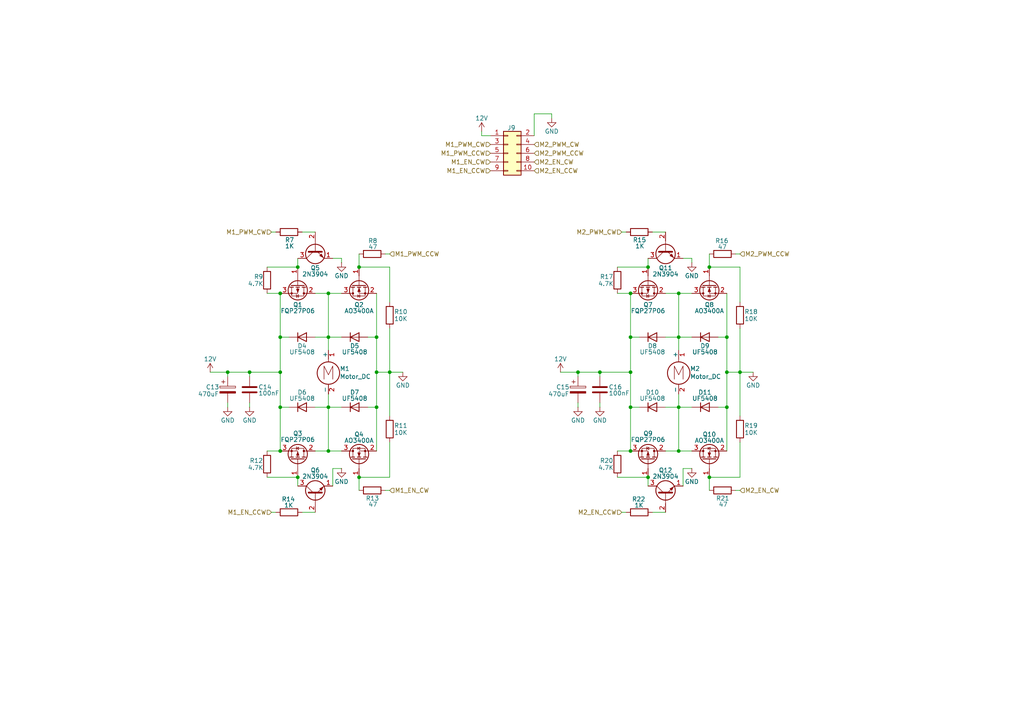
<source format=kicad_sch>
(kicad_sch
	(version 20250114)
	(generator "eeschema")
	(generator_version "9.0")
	(uuid "30a04dec-552e-4fc9-bf05-4fed0ce76b48")
	(paper "A4")
	(lib_symbols
		(symbol "Connector_Generic:Conn_02x05_Odd_Even"
			(pin_names
				(offset 1.016)
				(hide yes)
			)
			(exclude_from_sim no)
			(in_bom yes)
			(on_board yes)
			(property "Reference" "J"
				(at 1.27 7.62 0)
				(effects
					(font
						(size 1.27 1.27)
					)
				)
			)
			(property "Value" "Conn_02x05_Odd_Even"
				(at 1.27 -7.62 0)
				(effects
					(font
						(size 1.27 1.27)
					)
				)
			)
			(property "Footprint" ""
				(at 0 0 0)
				(effects
					(font
						(size 1.27 1.27)
					)
					(hide yes)
				)
			)
			(property "Datasheet" "~"
				(at 0 0 0)
				(effects
					(font
						(size 1.27 1.27)
					)
					(hide yes)
				)
			)
			(property "Description" "Generic connector, double row, 02x05, odd/even pin numbering scheme (row 1 odd numbers, row 2 even numbers), script generated (kicad-library-utils/schlib/autogen/connector/)"
				(at 0 0 0)
				(effects
					(font
						(size 1.27 1.27)
					)
					(hide yes)
				)
			)
			(property "ki_keywords" "connector"
				(at 0 0 0)
				(effects
					(font
						(size 1.27 1.27)
					)
					(hide yes)
				)
			)
			(property "ki_fp_filters" "Connector*:*_2x??_*"
				(at 0 0 0)
				(effects
					(font
						(size 1.27 1.27)
					)
					(hide yes)
				)
			)
			(symbol "Conn_02x05_Odd_Even_1_1"
				(rectangle
					(start -1.27 6.35)
					(end 3.81 -6.35)
					(stroke
						(width 0.254)
						(type default)
					)
					(fill
						(type background)
					)
				)
				(rectangle
					(start -1.27 5.207)
					(end 0 4.953)
					(stroke
						(width 0.1524)
						(type default)
					)
					(fill
						(type none)
					)
				)
				(rectangle
					(start -1.27 2.667)
					(end 0 2.413)
					(stroke
						(width 0.1524)
						(type default)
					)
					(fill
						(type none)
					)
				)
				(rectangle
					(start -1.27 0.127)
					(end 0 -0.127)
					(stroke
						(width 0.1524)
						(type default)
					)
					(fill
						(type none)
					)
				)
				(rectangle
					(start -1.27 -2.413)
					(end 0 -2.667)
					(stroke
						(width 0.1524)
						(type default)
					)
					(fill
						(type none)
					)
				)
				(rectangle
					(start -1.27 -4.953)
					(end 0 -5.207)
					(stroke
						(width 0.1524)
						(type default)
					)
					(fill
						(type none)
					)
				)
				(rectangle
					(start 3.81 5.207)
					(end 2.54 4.953)
					(stroke
						(width 0.1524)
						(type default)
					)
					(fill
						(type none)
					)
				)
				(rectangle
					(start 3.81 2.667)
					(end 2.54 2.413)
					(stroke
						(width 0.1524)
						(type default)
					)
					(fill
						(type none)
					)
				)
				(rectangle
					(start 3.81 0.127)
					(end 2.54 -0.127)
					(stroke
						(width 0.1524)
						(type default)
					)
					(fill
						(type none)
					)
				)
				(rectangle
					(start 3.81 -2.413)
					(end 2.54 -2.667)
					(stroke
						(width 0.1524)
						(type default)
					)
					(fill
						(type none)
					)
				)
				(rectangle
					(start 3.81 -4.953)
					(end 2.54 -5.207)
					(stroke
						(width 0.1524)
						(type default)
					)
					(fill
						(type none)
					)
				)
				(pin passive line
					(at -5.08 5.08 0)
					(length 3.81)
					(name "Pin_1"
						(effects
							(font
								(size 1.27 1.27)
							)
						)
					)
					(number "1"
						(effects
							(font
								(size 1.27 1.27)
							)
						)
					)
				)
				(pin passive line
					(at -5.08 2.54 0)
					(length 3.81)
					(name "Pin_3"
						(effects
							(font
								(size 1.27 1.27)
							)
						)
					)
					(number "3"
						(effects
							(font
								(size 1.27 1.27)
							)
						)
					)
				)
				(pin passive line
					(at -5.08 0 0)
					(length 3.81)
					(name "Pin_5"
						(effects
							(font
								(size 1.27 1.27)
							)
						)
					)
					(number "5"
						(effects
							(font
								(size 1.27 1.27)
							)
						)
					)
				)
				(pin passive line
					(at -5.08 -2.54 0)
					(length 3.81)
					(name "Pin_7"
						(effects
							(font
								(size 1.27 1.27)
							)
						)
					)
					(number "7"
						(effects
							(font
								(size 1.27 1.27)
							)
						)
					)
				)
				(pin passive line
					(at -5.08 -5.08 0)
					(length 3.81)
					(name "Pin_9"
						(effects
							(font
								(size 1.27 1.27)
							)
						)
					)
					(number "9"
						(effects
							(font
								(size 1.27 1.27)
							)
						)
					)
				)
				(pin passive line
					(at 7.62 5.08 180)
					(length 3.81)
					(name "Pin_2"
						(effects
							(font
								(size 1.27 1.27)
							)
						)
					)
					(number "2"
						(effects
							(font
								(size 1.27 1.27)
							)
						)
					)
				)
				(pin passive line
					(at 7.62 2.54 180)
					(length 3.81)
					(name "Pin_4"
						(effects
							(font
								(size 1.27 1.27)
							)
						)
					)
					(number "4"
						(effects
							(font
								(size 1.27 1.27)
							)
						)
					)
				)
				(pin passive line
					(at 7.62 0 180)
					(length 3.81)
					(name "Pin_6"
						(effects
							(font
								(size 1.27 1.27)
							)
						)
					)
					(number "6"
						(effects
							(font
								(size 1.27 1.27)
							)
						)
					)
				)
				(pin passive line
					(at 7.62 -2.54 180)
					(length 3.81)
					(name "Pin_8"
						(effects
							(font
								(size 1.27 1.27)
							)
						)
					)
					(number "8"
						(effects
							(font
								(size 1.27 1.27)
							)
						)
					)
				)
				(pin passive line
					(at 7.62 -5.08 180)
					(length 3.81)
					(name "Pin_10"
						(effects
							(font
								(size 1.27 1.27)
							)
						)
					)
					(number "10"
						(effects
							(font
								(size 1.27 1.27)
							)
						)
					)
				)
			)
			(embedded_fonts no)
		)
		(symbol "Device:C"
			(pin_numbers
				(hide yes)
			)
			(pin_names
				(offset 0.254)
			)
			(exclude_from_sim no)
			(in_bom yes)
			(on_board yes)
			(property "Reference" "C"
				(at 0.635 2.54 0)
				(effects
					(font
						(size 1.27 1.27)
					)
					(justify left)
				)
			)
			(property "Value" "C"
				(at 0.635 -2.54 0)
				(effects
					(font
						(size 1.27 1.27)
					)
					(justify left)
				)
			)
			(property "Footprint" ""
				(at 0.9652 -3.81 0)
				(effects
					(font
						(size 1.27 1.27)
					)
					(hide yes)
				)
			)
			(property "Datasheet" "~"
				(at 0 0 0)
				(effects
					(font
						(size 1.27 1.27)
					)
					(hide yes)
				)
			)
			(property "Description" "Unpolarized capacitor"
				(at 0 0 0)
				(effects
					(font
						(size 1.27 1.27)
					)
					(hide yes)
				)
			)
			(property "ki_keywords" "cap capacitor"
				(at 0 0 0)
				(effects
					(font
						(size 1.27 1.27)
					)
					(hide yes)
				)
			)
			(property "ki_fp_filters" "C_*"
				(at 0 0 0)
				(effects
					(font
						(size 1.27 1.27)
					)
					(hide yes)
				)
			)
			(symbol "C_0_1"
				(polyline
					(pts
						(xy -2.032 0.762) (xy 2.032 0.762)
					)
					(stroke
						(width 0.508)
						(type default)
					)
					(fill
						(type none)
					)
				)
				(polyline
					(pts
						(xy -2.032 -0.762) (xy 2.032 -0.762)
					)
					(stroke
						(width 0.508)
						(type default)
					)
					(fill
						(type none)
					)
				)
			)
			(symbol "C_1_1"
				(pin passive line
					(at 0 3.81 270)
					(length 2.794)
					(name "~"
						(effects
							(font
								(size 1.27 1.27)
							)
						)
					)
					(number "1"
						(effects
							(font
								(size 1.27 1.27)
							)
						)
					)
				)
				(pin passive line
					(at 0 -3.81 90)
					(length 2.794)
					(name "~"
						(effects
							(font
								(size 1.27 1.27)
							)
						)
					)
					(number "2"
						(effects
							(font
								(size 1.27 1.27)
							)
						)
					)
				)
			)
			(embedded_fonts no)
		)
		(symbol "Device:C_Polarized"
			(pin_numbers
				(hide yes)
			)
			(pin_names
				(offset 0.254)
			)
			(exclude_from_sim no)
			(in_bom yes)
			(on_board yes)
			(property "Reference" "C"
				(at 0.635 2.54 0)
				(effects
					(font
						(size 1.27 1.27)
					)
					(justify left)
				)
			)
			(property "Value" "C_Polarized"
				(at 0.635 -2.54 0)
				(effects
					(font
						(size 1.27 1.27)
					)
					(justify left)
				)
			)
			(property "Footprint" ""
				(at 0.9652 -3.81 0)
				(effects
					(font
						(size 1.27 1.27)
					)
					(hide yes)
				)
			)
			(property "Datasheet" "~"
				(at 0 0 0)
				(effects
					(font
						(size 1.27 1.27)
					)
					(hide yes)
				)
			)
			(property "Description" "Polarized capacitor"
				(at 0 0 0)
				(effects
					(font
						(size 1.27 1.27)
					)
					(hide yes)
				)
			)
			(property "ki_keywords" "cap capacitor"
				(at 0 0 0)
				(effects
					(font
						(size 1.27 1.27)
					)
					(hide yes)
				)
			)
			(property "ki_fp_filters" "CP_*"
				(at 0 0 0)
				(effects
					(font
						(size 1.27 1.27)
					)
					(hide yes)
				)
			)
			(symbol "C_Polarized_0_1"
				(rectangle
					(start -2.286 0.508)
					(end 2.286 1.016)
					(stroke
						(width 0)
						(type default)
					)
					(fill
						(type none)
					)
				)
				(polyline
					(pts
						(xy -1.778 2.286) (xy -0.762 2.286)
					)
					(stroke
						(width 0)
						(type default)
					)
					(fill
						(type none)
					)
				)
				(polyline
					(pts
						(xy -1.27 2.794) (xy -1.27 1.778)
					)
					(stroke
						(width 0)
						(type default)
					)
					(fill
						(type none)
					)
				)
				(rectangle
					(start 2.286 -0.508)
					(end -2.286 -1.016)
					(stroke
						(width 0)
						(type default)
					)
					(fill
						(type outline)
					)
				)
			)
			(symbol "C_Polarized_1_1"
				(pin passive line
					(at 0 3.81 270)
					(length 2.794)
					(name "~"
						(effects
							(font
								(size 1.27 1.27)
							)
						)
					)
					(number "1"
						(effects
							(font
								(size 1.27 1.27)
							)
						)
					)
				)
				(pin passive line
					(at 0 -3.81 90)
					(length 2.794)
					(name "~"
						(effects
							(font
								(size 1.27 1.27)
							)
						)
					)
					(number "2"
						(effects
							(font
								(size 1.27 1.27)
							)
						)
					)
				)
			)
			(embedded_fonts no)
		)
		(symbol "Device:R"
			(pin_numbers
				(hide yes)
			)
			(pin_names
				(offset 0)
			)
			(exclude_from_sim no)
			(in_bom yes)
			(on_board yes)
			(property "Reference" "R"
				(at 2.032 0 90)
				(effects
					(font
						(size 1.27 1.27)
					)
				)
			)
			(property "Value" "R"
				(at 0 0 90)
				(effects
					(font
						(size 1.27 1.27)
					)
				)
			)
			(property "Footprint" ""
				(at -1.778 0 90)
				(effects
					(font
						(size 1.27 1.27)
					)
					(hide yes)
				)
			)
			(property "Datasheet" "~"
				(at 0 0 0)
				(effects
					(font
						(size 1.27 1.27)
					)
					(hide yes)
				)
			)
			(property "Description" "Resistor"
				(at 0 0 0)
				(effects
					(font
						(size 1.27 1.27)
					)
					(hide yes)
				)
			)
			(property "ki_keywords" "R res resistor"
				(at 0 0 0)
				(effects
					(font
						(size 1.27 1.27)
					)
					(hide yes)
				)
			)
			(property "ki_fp_filters" "R_*"
				(at 0 0 0)
				(effects
					(font
						(size 1.27 1.27)
					)
					(hide yes)
				)
			)
			(symbol "R_0_1"
				(rectangle
					(start -1.016 -2.54)
					(end 1.016 2.54)
					(stroke
						(width 0.254)
						(type default)
					)
					(fill
						(type none)
					)
				)
			)
			(symbol "R_1_1"
				(pin passive line
					(at 0 3.81 270)
					(length 1.27)
					(name "~"
						(effects
							(font
								(size 1.27 1.27)
							)
						)
					)
					(number "1"
						(effects
							(font
								(size 1.27 1.27)
							)
						)
					)
				)
				(pin passive line
					(at 0 -3.81 90)
					(length 1.27)
					(name "~"
						(effects
							(font
								(size 1.27 1.27)
							)
						)
					)
					(number "2"
						(effects
							(font
								(size 1.27 1.27)
							)
						)
					)
				)
			)
			(embedded_fonts no)
		)
		(symbol "Diode:UF5408"
			(pin_numbers
				(hide yes)
			)
			(pin_names
				(hide yes)
			)
			(exclude_from_sim no)
			(in_bom yes)
			(on_board yes)
			(property "Reference" "D"
				(at 0 2.54 0)
				(effects
					(font
						(size 1.27 1.27)
					)
				)
			)
			(property "Value" "UF5408"
				(at 0 -2.54 0)
				(effects
					(font
						(size 1.27 1.27)
					)
				)
			)
			(property "Footprint" "Diode_THT:D_DO-201AD_P15.24mm_Horizontal"
				(at 0 -4.445 0)
				(effects
					(font
						(size 1.27 1.27)
					)
					(hide yes)
				)
			)
			(property "Datasheet" "http://www.vishay.com/docs/88756/uf5400.pdf"
				(at 0 0 0)
				(effects
					(font
						(size 1.27 1.27)
					)
					(hide yes)
				)
			)
			(property "Description" "1000V 3A Soft Recovery Ultrafast Rectifier Diode, DO-201AD"
				(at 0 0 0)
				(effects
					(font
						(size 1.27 1.27)
					)
					(hide yes)
				)
			)
			(property "Sim.Device" "D"
				(at 0 0 0)
				(effects
					(font
						(size 1.27 1.27)
					)
					(hide yes)
				)
			)
			(property "Sim.Pins" "1=K 2=A"
				(at 0 0 0)
				(effects
					(font
						(size 1.27 1.27)
					)
					(hide yes)
				)
			)
			(property "ki_keywords" "diode"
				(at 0 0 0)
				(effects
					(font
						(size 1.27 1.27)
					)
					(hide yes)
				)
			)
			(property "ki_fp_filters" "D*DO?201AD*"
				(at 0 0 0)
				(effects
					(font
						(size 1.27 1.27)
					)
					(hide yes)
				)
			)
			(symbol "UF5408_0_1"
				(polyline
					(pts
						(xy -1.27 1.27) (xy -1.27 -1.27)
					)
					(stroke
						(width 0.254)
						(type default)
					)
					(fill
						(type none)
					)
				)
				(polyline
					(pts
						(xy 1.27 1.27) (xy 1.27 -1.27) (xy -1.27 0) (xy 1.27 1.27)
					)
					(stroke
						(width 0.254)
						(type default)
					)
					(fill
						(type none)
					)
				)
				(polyline
					(pts
						(xy 1.27 0) (xy -1.27 0)
					)
					(stroke
						(width 0)
						(type default)
					)
					(fill
						(type none)
					)
				)
			)
			(symbol "UF5408_1_1"
				(pin passive line
					(at -3.81 0 0)
					(length 2.54)
					(name "K"
						(effects
							(font
								(size 1.27 1.27)
							)
						)
					)
					(number "1"
						(effects
							(font
								(size 1.27 1.27)
							)
						)
					)
				)
				(pin passive line
					(at 3.81 0 180)
					(length 2.54)
					(name "A"
						(effects
							(font
								(size 1.27 1.27)
							)
						)
					)
					(number "2"
						(effects
							(font
								(size 1.27 1.27)
							)
						)
					)
				)
			)
			(embedded_fonts no)
		)
		(symbol "Motor:Motor_DC"
			(pin_names
				(offset 0)
			)
			(exclude_from_sim no)
			(in_bom yes)
			(on_board yes)
			(property "Reference" "M"
				(at 2.54 2.54 0)
				(effects
					(font
						(size 1.27 1.27)
					)
					(justify left)
				)
			)
			(property "Value" "Motor_DC"
				(at 2.54 -5.08 0)
				(effects
					(font
						(size 1.27 1.27)
					)
					(justify left top)
				)
			)
			(property "Footprint" ""
				(at 0 -2.286 0)
				(effects
					(font
						(size 1.27 1.27)
					)
					(hide yes)
				)
			)
			(property "Datasheet" "~"
				(at 0 -2.286 0)
				(effects
					(font
						(size 1.27 1.27)
					)
					(hide yes)
				)
			)
			(property "Description" "DC Motor"
				(at 0 0 0)
				(effects
					(font
						(size 1.27 1.27)
					)
					(hide yes)
				)
			)
			(property "ki_keywords" "DC Motor"
				(at 0 0 0)
				(effects
					(font
						(size 1.27 1.27)
					)
					(hide yes)
				)
			)
			(property "ki_fp_filters" "PinHeader*P2.54mm* TerminalBlock*"
				(at 0 0 0)
				(effects
					(font
						(size 1.27 1.27)
					)
					(hide yes)
				)
			)
			(symbol "Motor_DC_0_0"
				(polyline
					(pts
						(xy -1.27 -3.302) (xy -1.27 0.508) (xy 0 -2.032) (xy 1.27 0.508) (xy 1.27 -3.302)
					)
					(stroke
						(width 0)
						(type default)
					)
					(fill
						(type none)
					)
				)
			)
			(symbol "Motor_DC_0_1"
				(polyline
					(pts
						(xy 0 2.032) (xy 0 2.54)
					)
					(stroke
						(width 0)
						(type default)
					)
					(fill
						(type none)
					)
				)
				(polyline
					(pts
						(xy 0 1.7272) (xy 0 2.0828)
					)
					(stroke
						(width 0)
						(type default)
					)
					(fill
						(type none)
					)
				)
				(circle
					(center 0 -1.524)
					(radius 3.2512)
					(stroke
						(width 0.254)
						(type default)
					)
					(fill
						(type none)
					)
				)
				(polyline
					(pts
						(xy 0 -4.7752) (xy 0 -5.1816)
					)
					(stroke
						(width 0)
						(type default)
					)
					(fill
						(type none)
					)
				)
				(polyline
					(pts
						(xy 0 -7.62) (xy 0 -7.112)
					)
					(stroke
						(width 0)
						(type default)
					)
					(fill
						(type none)
					)
				)
			)
			(symbol "Motor_DC_1_1"
				(pin passive line
					(at 0 5.08 270)
					(length 2.54)
					(name "+"
						(effects
							(font
								(size 1.27 1.27)
							)
						)
					)
					(number "1"
						(effects
							(font
								(size 1.27 1.27)
							)
						)
					)
				)
				(pin passive line
					(at 0 -7.62 90)
					(length 2.54)
					(name "-"
						(effects
							(font
								(size 1.27 1.27)
							)
						)
					)
					(number "2"
						(effects
							(font
								(size 1.27 1.27)
							)
						)
					)
				)
			)
			(embedded_fonts no)
		)
		(symbol "Transistor_BJT:2N3904"
			(pin_names
				(offset 0)
				(hide yes)
			)
			(exclude_from_sim no)
			(in_bom yes)
			(on_board yes)
			(property "Reference" "Q"
				(at 5.08 1.905 0)
				(effects
					(font
						(size 1.27 1.27)
					)
					(justify left)
				)
			)
			(property "Value" "2N3904"
				(at 5.08 0 0)
				(effects
					(font
						(size 1.27 1.27)
					)
					(justify left)
				)
			)
			(property "Footprint" "Package_TO_SOT_THT:TO-92_Inline"
				(at 5.08 -1.905 0)
				(effects
					(font
						(size 1.27 1.27)
						(italic yes)
					)
					(justify left)
					(hide yes)
				)
			)
			(property "Datasheet" "https://www.onsemi.com/pub/Collateral/2N3903-D.PDF"
				(at 0 0 0)
				(effects
					(font
						(size 1.27 1.27)
					)
					(justify left)
					(hide yes)
				)
			)
			(property "Description" "0.2A Ic, 40V Vce, Small Signal NPN Transistor, TO-92"
				(at 0 0 0)
				(effects
					(font
						(size 1.27 1.27)
					)
					(hide yes)
				)
			)
			(property "ki_keywords" "NPN Transistor"
				(at 0 0 0)
				(effects
					(font
						(size 1.27 1.27)
					)
					(hide yes)
				)
			)
			(property "ki_fp_filters" "TO?92*"
				(at 0 0 0)
				(effects
					(font
						(size 1.27 1.27)
					)
					(hide yes)
				)
			)
			(symbol "2N3904_0_1"
				(polyline
					(pts
						(xy -2.54 0) (xy 0.635 0)
					)
					(stroke
						(width 0)
						(type default)
					)
					(fill
						(type none)
					)
				)
				(polyline
					(pts
						(xy 0.635 1.905) (xy 0.635 -1.905)
					)
					(stroke
						(width 0.508)
						(type default)
					)
					(fill
						(type none)
					)
				)
				(circle
					(center 1.27 0)
					(radius 2.8194)
					(stroke
						(width 0.254)
						(type default)
					)
					(fill
						(type none)
					)
				)
			)
			(symbol "2N3904_1_1"
				(polyline
					(pts
						(xy 0.635 0.635) (xy 2.54 2.54)
					)
					(stroke
						(width 0)
						(type default)
					)
					(fill
						(type none)
					)
				)
				(polyline
					(pts
						(xy 0.635 -0.635) (xy 2.54 -2.54)
					)
					(stroke
						(width 0)
						(type default)
					)
					(fill
						(type none)
					)
				)
				(polyline
					(pts
						(xy 1.27 -1.778) (xy 1.778 -1.27) (xy 2.286 -2.286) (xy 1.27 -1.778)
					)
					(stroke
						(width 0)
						(type default)
					)
					(fill
						(type outline)
					)
				)
				(pin input line
					(at -5.08 0 0)
					(length 2.54)
					(name "B"
						(effects
							(font
								(size 1.27 1.27)
							)
						)
					)
					(number "2"
						(effects
							(font
								(size 1.27 1.27)
							)
						)
					)
				)
				(pin passive line
					(at 2.54 5.08 270)
					(length 2.54)
					(name "C"
						(effects
							(font
								(size 1.27 1.27)
							)
						)
					)
					(number "3"
						(effects
							(font
								(size 1.27 1.27)
							)
						)
					)
				)
				(pin passive line
					(at 2.54 -5.08 90)
					(length 2.54)
					(name "E"
						(effects
							(font
								(size 1.27 1.27)
							)
						)
					)
					(number "1"
						(effects
							(font
								(size 1.27 1.27)
							)
						)
					)
				)
			)
			(embedded_fonts no)
		)
		(symbol "Transistor_FET:AO3400A"
			(pin_names
				(offset 0)
				(hide yes)
			)
			(exclude_from_sim no)
			(in_bom yes)
			(on_board yes)
			(property "Reference" "Q"
				(at 5.08 1.905 0)
				(effects
					(font
						(size 1.27 1.27)
					)
					(justify left)
				)
			)
			(property "Value" "AO3400A"
				(at 5.08 0 0)
				(effects
					(font
						(size 1.27 1.27)
					)
					(justify left)
				)
			)
			(property "Footprint" "Package_TO_SOT_SMD:SOT-23"
				(at 5.08 -1.905 0)
				(effects
					(font
						(size 1.27 1.27)
						(italic yes)
					)
					(justify left)
					(hide yes)
				)
			)
			(property "Datasheet" "http://www.aosmd.com/pdfs/datasheet/AO3400A.pdf"
				(at 5.08 -3.81 0)
				(effects
					(font
						(size 1.27 1.27)
					)
					(justify left)
					(hide yes)
				)
			)
			(property "Description" "30V Vds, 5.7A Id, N-Channel MOSFET, SOT-23"
				(at 0 0 0)
				(effects
					(font
						(size 1.27 1.27)
					)
					(hide yes)
				)
			)
			(property "ki_keywords" "N-Channel MOSFET"
				(at 0 0 0)
				(effects
					(font
						(size 1.27 1.27)
					)
					(hide yes)
				)
			)
			(property "ki_fp_filters" "SOT?23*"
				(at 0 0 0)
				(effects
					(font
						(size 1.27 1.27)
					)
					(hide yes)
				)
			)
			(symbol "AO3400A_0_1"
				(polyline
					(pts
						(xy 0.254 1.905) (xy 0.254 -1.905)
					)
					(stroke
						(width 0.254)
						(type default)
					)
					(fill
						(type none)
					)
				)
				(polyline
					(pts
						(xy 0.254 0) (xy -2.54 0)
					)
					(stroke
						(width 0)
						(type default)
					)
					(fill
						(type none)
					)
				)
				(polyline
					(pts
						(xy 0.762 2.286) (xy 0.762 1.27)
					)
					(stroke
						(width 0.254)
						(type default)
					)
					(fill
						(type none)
					)
				)
				(polyline
					(pts
						(xy 0.762 0.508) (xy 0.762 -0.508)
					)
					(stroke
						(width 0.254)
						(type default)
					)
					(fill
						(type none)
					)
				)
				(polyline
					(pts
						(xy 0.762 -1.27) (xy 0.762 -2.286)
					)
					(stroke
						(width 0.254)
						(type default)
					)
					(fill
						(type none)
					)
				)
				(polyline
					(pts
						(xy 0.762 -1.778) (xy 3.302 -1.778) (xy 3.302 1.778) (xy 0.762 1.778)
					)
					(stroke
						(width 0)
						(type default)
					)
					(fill
						(type none)
					)
				)
				(polyline
					(pts
						(xy 1.016 0) (xy 2.032 0.381) (xy 2.032 -0.381) (xy 1.016 0)
					)
					(stroke
						(width 0)
						(type default)
					)
					(fill
						(type outline)
					)
				)
				(circle
					(center 1.651 0)
					(radius 2.794)
					(stroke
						(width 0.254)
						(type default)
					)
					(fill
						(type none)
					)
				)
				(polyline
					(pts
						(xy 2.54 2.54) (xy 2.54 1.778)
					)
					(stroke
						(width 0)
						(type default)
					)
					(fill
						(type none)
					)
				)
				(circle
					(center 2.54 1.778)
					(radius 0.254)
					(stroke
						(width 0)
						(type default)
					)
					(fill
						(type outline)
					)
				)
				(circle
					(center 2.54 -1.778)
					(radius 0.254)
					(stroke
						(width 0)
						(type default)
					)
					(fill
						(type outline)
					)
				)
				(polyline
					(pts
						(xy 2.54 -2.54) (xy 2.54 0) (xy 0.762 0)
					)
					(stroke
						(width 0)
						(type default)
					)
					(fill
						(type none)
					)
				)
				(polyline
					(pts
						(xy 2.921 0.381) (xy 3.683 0.381)
					)
					(stroke
						(width 0)
						(type default)
					)
					(fill
						(type none)
					)
				)
				(polyline
					(pts
						(xy 3.302 0.381) (xy 2.921 -0.254) (xy 3.683 -0.254) (xy 3.302 0.381)
					)
					(stroke
						(width 0)
						(type default)
					)
					(fill
						(type none)
					)
				)
			)
			(symbol "AO3400A_1_1"
				(pin input line
					(at -5.08 0 0)
					(length 2.54)
					(name "G"
						(effects
							(font
								(size 1.27 1.27)
							)
						)
					)
					(number "1"
						(effects
							(font
								(size 1.27 1.27)
							)
						)
					)
				)
				(pin passive line
					(at 2.54 5.08 270)
					(length 2.54)
					(name "D"
						(effects
							(font
								(size 1.27 1.27)
							)
						)
					)
					(number "3"
						(effects
							(font
								(size 1.27 1.27)
							)
						)
					)
				)
				(pin passive line
					(at 2.54 -5.08 90)
					(length 2.54)
					(name "S"
						(effects
							(font
								(size 1.27 1.27)
							)
						)
					)
					(number "2"
						(effects
							(font
								(size 1.27 1.27)
							)
						)
					)
				)
			)
			(embedded_fonts no)
		)
		(symbol "Transistor_FET:FQP27P06"
			(pin_names
				(hide yes)
			)
			(exclude_from_sim no)
			(in_bom yes)
			(on_board yes)
			(property "Reference" "Q"
				(at 5.08 1.905 0)
				(effects
					(font
						(size 1.27 1.27)
					)
					(justify left)
				)
			)
			(property "Value" "FQP27P06"
				(at 5.08 0 0)
				(effects
					(font
						(size 1.27 1.27)
					)
					(justify left)
				)
			)
			(property "Footprint" "Package_TO_SOT_THT:TO-220-3_Vertical"
				(at 5.08 -1.905 0)
				(effects
					(font
						(size 1.27 1.27)
						(italic yes)
					)
					(justify left)
					(hide yes)
				)
			)
			(property "Datasheet" "https://www.onsemi.com/pub/Collateral/FQP27P06-D.PDF"
				(at 5.08 -3.81 0)
				(effects
					(font
						(size 1.27 1.27)
					)
					(justify left)
					(hide yes)
				)
			)
			(property "Description" "-27A Id, -60V Vds, QFET P-Channel MOSFET, TO-220"
				(at 0 0 0)
				(effects
					(font
						(size 1.27 1.27)
					)
					(hide yes)
				)
			)
			(property "ki_keywords" "QFET P-Channel MOSFET"
				(at 0 0 0)
				(effects
					(font
						(size 1.27 1.27)
					)
					(hide yes)
				)
			)
			(property "ki_fp_filters" "TO?220*"
				(at 0 0 0)
				(effects
					(font
						(size 1.27 1.27)
					)
					(hide yes)
				)
			)
			(symbol "FQP27P06_0_1"
				(polyline
					(pts
						(xy 0.254 1.905) (xy 0.254 -1.905)
					)
					(stroke
						(width 0.254)
						(type default)
					)
					(fill
						(type none)
					)
				)
				(polyline
					(pts
						(xy 0.254 0) (xy -2.54 0)
					)
					(stroke
						(width 0)
						(type default)
					)
					(fill
						(type none)
					)
				)
				(polyline
					(pts
						(xy 0.762 2.286) (xy 0.762 1.27)
					)
					(stroke
						(width 0.254)
						(type default)
					)
					(fill
						(type none)
					)
				)
				(polyline
					(pts
						(xy 0.762 1.778) (xy 3.302 1.778) (xy 3.302 -1.778) (xy 0.762 -1.778)
					)
					(stroke
						(width 0)
						(type default)
					)
					(fill
						(type none)
					)
				)
				(polyline
					(pts
						(xy 0.762 0.508) (xy 0.762 -0.508)
					)
					(stroke
						(width 0.254)
						(type default)
					)
					(fill
						(type none)
					)
				)
				(polyline
					(pts
						(xy 0.762 -1.27) (xy 0.762 -2.286)
					)
					(stroke
						(width 0.254)
						(type default)
					)
					(fill
						(type none)
					)
				)
				(circle
					(center 1.651 0)
					(radius 2.794)
					(stroke
						(width 0.254)
						(type default)
					)
					(fill
						(type none)
					)
				)
				(polyline
					(pts
						(xy 2.286 0) (xy 1.27 0.381) (xy 1.27 -0.381) (xy 2.286 0)
					)
					(stroke
						(width 0)
						(type default)
					)
					(fill
						(type outline)
					)
				)
				(polyline
					(pts
						(xy 2.54 2.54) (xy 2.54 1.778)
					)
					(stroke
						(width 0)
						(type default)
					)
					(fill
						(type none)
					)
				)
				(circle
					(center 2.54 1.778)
					(radius 0.254)
					(stroke
						(width 0)
						(type default)
					)
					(fill
						(type outline)
					)
				)
				(circle
					(center 2.54 -1.778)
					(radius 0.254)
					(stroke
						(width 0)
						(type default)
					)
					(fill
						(type outline)
					)
				)
				(polyline
					(pts
						(xy 2.54 -2.54) (xy 2.54 0) (xy 0.762 0)
					)
					(stroke
						(width 0)
						(type default)
					)
					(fill
						(type none)
					)
				)
				(polyline
					(pts
						(xy 2.794 -0.508) (xy 2.921 -0.381) (xy 3.683 -0.381) (xy 3.81 -0.254)
					)
					(stroke
						(width 0)
						(type default)
					)
					(fill
						(type none)
					)
				)
				(polyline
					(pts
						(xy 3.302 -0.381) (xy 2.921 0.254) (xy 3.683 0.254) (xy 3.302 -0.381)
					)
					(stroke
						(width 0)
						(type default)
					)
					(fill
						(type none)
					)
				)
			)
			(symbol "FQP27P06_1_1"
				(pin input line
					(at -5.08 0 0)
					(length 2.54)
					(name "G"
						(effects
							(font
								(size 1.27 1.27)
							)
						)
					)
					(number "1"
						(effects
							(font
								(size 1.27 1.27)
							)
						)
					)
				)
				(pin passive line
					(at 2.54 5.08 270)
					(length 2.54)
					(name "D"
						(effects
							(font
								(size 1.27 1.27)
							)
						)
					)
					(number "2"
						(effects
							(font
								(size 1.27 1.27)
							)
						)
					)
				)
				(pin passive line
					(at 2.54 -5.08 90)
					(length 2.54)
					(name "S"
						(effects
							(font
								(size 1.27 1.27)
							)
						)
					)
					(number "3"
						(effects
							(font
								(size 1.27 1.27)
							)
						)
					)
				)
			)
			(embedded_fonts no)
		)
		(symbol "power:GND"
			(power)
			(pin_numbers
				(hide yes)
			)
			(pin_names
				(offset 0)
				(hide yes)
			)
			(exclude_from_sim no)
			(in_bom yes)
			(on_board yes)
			(property "Reference" "#PWR"
				(at 0 -6.35 0)
				(effects
					(font
						(size 1.27 1.27)
					)
					(hide yes)
				)
			)
			(property "Value" "GND"
				(at 0 -3.81 0)
				(effects
					(font
						(size 1.27 1.27)
					)
				)
			)
			(property "Footprint" ""
				(at 0 0 0)
				(effects
					(font
						(size 1.27 1.27)
					)
					(hide yes)
				)
			)
			(property "Datasheet" ""
				(at 0 0 0)
				(effects
					(font
						(size 1.27 1.27)
					)
					(hide yes)
				)
			)
			(property "Description" "Power symbol creates a global label with name \"GND\" , ground"
				(at 0 0 0)
				(effects
					(font
						(size 1.27 1.27)
					)
					(hide yes)
				)
			)
			(property "ki_keywords" "global power"
				(at 0 0 0)
				(effects
					(font
						(size 1.27 1.27)
					)
					(hide yes)
				)
			)
			(symbol "GND_0_1"
				(polyline
					(pts
						(xy 0 0) (xy 0 -1.27) (xy 1.27 -1.27) (xy 0 -2.54) (xy -1.27 -1.27) (xy 0 -1.27)
					)
					(stroke
						(width 0)
						(type default)
					)
					(fill
						(type none)
					)
				)
			)
			(symbol "GND_1_1"
				(pin power_in line
					(at 0 0 270)
					(length 0)
					(name "~"
						(effects
							(font
								(size 1.27 1.27)
							)
						)
					)
					(number "1"
						(effects
							(font
								(size 1.27 1.27)
							)
						)
					)
				)
			)
			(embedded_fonts no)
		)
		(symbol "power:VCC"
			(power)
			(pin_numbers
				(hide yes)
			)
			(pin_names
				(offset 0)
				(hide yes)
			)
			(exclude_from_sim no)
			(in_bom yes)
			(on_board yes)
			(property "Reference" "#PWR"
				(at 0 -3.81 0)
				(effects
					(font
						(size 1.27 1.27)
					)
					(hide yes)
				)
			)
			(property "Value" "VCC"
				(at 0 3.556 0)
				(effects
					(font
						(size 1.27 1.27)
					)
				)
			)
			(property "Footprint" ""
				(at 0 0 0)
				(effects
					(font
						(size 1.27 1.27)
					)
					(hide yes)
				)
			)
			(property "Datasheet" ""
				(at 0 0 0)
				(effects
					(font
						(size 1.27 1.27)
					)
					(hide yes)
				)
			)
			(property "Description" "Power symbol creates a global label with name \"VCC\""
				(at 0 0 0)
				(effects
					(font
						(size 1.27 1.27)
					)
					(hide yes)
				)
			)
			(property "ki_keywords" "global power"
				(at 0 0 0)
				(effects
					(font
						(size 1.27 1.27)
					)
					(hide yes)
				)
			)
			(symbol "VCC_0_1"
				(polyline
					(pts
						(xy -0.762 1.27) (xy 0 2.54)
					)
					(stroke
						(width 0)
						(type default)
					)
					(fill
						(type none)
					)
				)
				(polyline
					(pts
						(xy 0 2.54) (xy 0.762 1.27)
					)
					(stroke
						(width 0)
						(type default)
					)
					(fill
						(type none)
					)
				)
				(polyline
					(pts
						(xy 0 0) (xy 0 2.54)
					)
					(stroke
						(width 0)
						(type default)
					)
					(fill
						(type none)
					)
				)
			)
			(symbol "VCC_1_1"
				(pin power_in line
					(at 0 0 90)
					(length 0)
					(name "~"
						(effects
							(font
								(size 1.27 1.27)
							)
						)
					)
					(number "1"
						(effects
							(font
								(size 1.27 1.27)
							)
						)
					)
				)
			)
			(embedded_fonts no)
		)
	)
	(junction
		(at 81.28 118.11)
		(diameter 0)
		(color 0 0 0 0)
		(uuid "0f42f803-7070-464e-860f-25a01e215bcf")
	)
	(junction
		(at 205.74 138.43)
		(diameter 0)
		(color 0 0 0 0)
		(uuid "1295295c-de23-4bee-b2c2-71415cca2384")
	)
	(junction
		(at 214.63 107.95)
		(diameter 0)
		(color 0 0 0 0)
		(uuid "149d1f37-0b86-4fcf-9c41-ec8fb9dc2678")
	)
	(junction
		(at 182.88 85.09)
		(diameter 0)
		(color 0 0 0 0)
		(uuid "1a5c8ef8-9076-4619-9dc9-b0ab00c453f1")
	)
	(junction
		(at 95.25 85.09)
		(diameter 0)
		(color 0 0 0 0)
		(uuid "1e87f8f3-e364-47a4-a00f-8f85bbc349f8")
	)
	(junction
		(at 81.28 107.95)
		(diameter 0)
		(color 0 0 0 0)
		(uuid "1eb2dcde-17ce-49b0-8731-d420599efd51")
	)
	(junction
		(at 196.85 130.81)
		(diameter 0)
		(color 0 0 0 0)
		(uuid "21bac78b-3f74-4761-92fb-52bb82263273")
	)
	(junction
		(at 109.22 107.95)
		(diameter 0)
		(color 0 0 0 0)
		(uuid "2a8f05cf-4aa6-40fe-a29a-01f7105582a3")
	)
	(junction
		(at 95.25 97.79)
		(diameter 0)
		(color 0 0 0 0)
		(uuid "2f7f92cf-8a7a-4768-9089-97e9e246fea0")
	)
	(junction
		(at 81.28 97.79)
		(diameter 0)
		(color 0 0 0 0)
		(uuid "30a23100-b035-4aa9-968b-8f486446ce13")
	)
	(junction
		(at 86.36 138.43)
		(diameter 0)
		(color 0 0 0 0)
		(uuid "3195a684-5b25-412d-8cf2-a2e3d676b993")
	)
	(junction
		(at 173.99 107.95)
		(diameter 0)
		(color 0 0 0 0)
		(uuid "32f5132f-3f70-42fb-9ee1-ec1fc08ff592")
	)
	(junction
		(at 167.64 107.95)
		(diameter 0)
		(color 0 0 0 0)
		(uuid "47fa4243-1dae-47e5-9726-3ea164ba8330")
	)
	(junction
		(at 66.04 107.95)
		(diameter 0)
		(color 0 0 0 0)
		(uuid "4f426af2-a617-4c94-9255-f7cb747617af")
	)
	(junction
		(at 81.28 85.09)
		(diameter 0)
		(color 0 0 0 0)
		(uuid "5e2c4414-45c5-47ff-b57e-596480e980d1")
	)
	(junction
		(at 187.96 138.43)
		(diameter 0)
		(color 0 0 0 0)
		(uuid "5f248ee5-8fea-4a69-a763-4c3ce297b9ca")
	)
	(junction
		(at 182.88 107.95)
		(diameter 0)
		(color 0 0 0 0)
		(uuid "66d78d29-bec1-4f77-bccb-db2a0b8860bc")
	)
	(junction
		(at 205.74 77.47)
		(diameter 0)
		(color 0 0 0 0)
		(uuid "7391bd0b-37da-4b5a-9ada-dbc53a79c3c4")
	)
	(junction
		(at 182.88 130.81)
		(diameter 0)
		(color 0 0 0 0)
		(uuid "78a8dda4-f79f-4760-88c0-9bc08127c43f")
	)
	(junction
		(at 187.96 77.47)
		(diameter 0)
		(color 0 0 0 0)
		(uuid "7d486dc7-82bc-4b51-9737-fcb82f512829")
	)
	(junction
		(at 81.28 130.81)
		(diameter 0)
		(color 0 0 0 0)
		(uuid "82632146-0254-45fc-be19-547da416e771")
	)
	(junction
		(at 95.25 130.81)
		(diameter 0)
		(color 0 0 0 0)
		(uuid "82707303-ef8c-4671-bc77-c06f742174b0")
	)
	(junction
		(at 182.88 118.11)
		(diameter 0)
		(color 0 0 0 0)
		(uuid "889729a3-919e-4943-9504-907d4ec51900")
	)
	(junction
		(at 210.82 107.95)
		(diameter 0)
		(color 0 0 0 0)
		(uuid "9730cbc2-c004-47dd-bddb-0fcf8d91fac7")
	)
	(junction
		(at 182.88 97.79)
		(diameter 0)
		(color 0 0 0 0)
		(uuid "9eac1539-f0b8-4160-9cb9-747c48496631")
	)
	(junction
		(at 210.82 118.11)
		(diameter 0)
		(color 0 0 0 0)
		(uuid "b72157cb-4f56-47b8-94b8-d70c997cc4e0")
	)
	(junction
		(at 210.82 97.79)
		(diameter 0)
		(color 0 0 0 0)
		(uuid "b9c7c516-96f1-4083-9d6b-742dde07ca0a")
	)
	(junction
		(at 104.14 77.47)
		(diameter 0)
		(color 0 0 0 0)
		(uuid "bf6c0385-0bc8-4ca6-9869-1265b5d62c7e")
	)
	(junction
		(at 95.25 118.11)
		(diameter 0)
		(color 0 0 0 0)
		(uuid "c3138535-0c88-466a-bcb7-06587c9ba31f")
	)
	(junction
		(at 109.22 97.79)
		(diameter 0)
		(color 0 0 0 0)
		(uuid "c6d9feed-ad48-4862-a5bc-9c1b0feb1efc")
	)
	(junction
		(at 113.03 107.95)
		(diameter 0)
		(color 0 0 0 0)
		(uuid "cb58a7a6-f0f3-40dd-b585-616cf3e697da")
	)
	(junction
		(at 109.22 118.11)
		(diameter 0)
		(color 0 0 0 0)
		(uuid "ce51ebb6-d77e-4846-b957-4e4e2fb2d6c9")
	)
	(junction
		(at 196.85 97.79)
		(diameter 0)
		(color 0 0 0 0)
		(uuid "d00a97a1-aa35-4fad-b037-63b67113e5fd")
	)
	(junction
		(at 196.85 118.11)
		(diameter 0)
		(color 0 0 0 0)
		(uuid "dc9ea4c4-d491-44f0-a7e6-ba1f47894767")
	)
	(junction
		(at 86.36 77.47)
		(diameter 0)
		(color 0 0 0 0)
		(uuid "dd469011-65f8-4c07-9322-0548fe672888")
	)
	(junction
		(at 196.85 85.09)
		(diameter 0)
		(color 0 0 0 0)
		(uuid "e0d5be1f-c908-4f18-83b8-b927f73d3fde")
	)
	(junction
		(at 72.39 107.95)
		(diameter 0)
		(color 0 0 0 0)
		(uuid "e9afaa57-dd8c-42bb-ad1e-2323d0bd26e4")
	)
	(junction
		(at 104.14 138.43)
		(diameter 0)
		(color 0 0 0 0)
		(uuid "fbbbb3ac-8a5d-4c51-b10a-2f8c521a8410")
	)
	(wire
		(pts
			(xy 113.03 73.66) (xy 111.76 73.66)
		)
		(stroke
			(width 0)
			(type default)
		)
		(uuid "00f00654-ff2e-4d00-94e8-4fa56a806d84")
	)
	(wire
		(pts
			(xy 87.63 67.31) (xy 91.44 67.31)
		)
		(stroke
			(width 0)
			(type default)
		)
		(uuid "023ca8a0-a8ee-4adb-9853-865b0321d7cc")
	)
	(wire
		(pts
			(xy 113.03 107.95) (xy 113.03 120.65)
		)
		(stroke
			(width 0)
			(type default)
		)
		(uuid "02c00fec-7fb2-412b-96f0-f1d268325caf")
	)
	(wire
		(pts
			(xy 160.02 33.02) (xy 160.02 34.29)
		)
		(stroke
			(width 0)
			(type default)
		)
		(uuid "0656c350-1517-4a28-a9e7-d5c33c2d6bac")
	)
	(wire
		(pts
			(xy 205.74 138.43) (xy 214.63 138.43)
		)
		(stroke
			(width 0)
			(type default)
		)
		(uuid "078864df-ac46-4950-803a-8ad6333cb3b3")
	)
	(wire
		(pts
			(xy 113.03 138.43) (xy 113.03 128.27)
		)
		(stroke
			(width 0)
			(type default)
		)
		(uuid "0a7028be-4867-40dc-9d1e-485120fe206a")
	)
	(wire
		(pts
			(xy 196.85 114.3) (xy 196.85 118.11)
		)
		(stroke
			(width 0)
			(type default)
		)
		(uuid "0a8def19-75bb-49f0-957d-a74b0b77382d")
	)
	(wire
		(pts
			(xy 78.74 67.31) (xy 80.01 67.31)
		)
		(stroke
			(width 0)
			(type default)
		)
		(uuid "0aa9ca61-b237-427b-9af4-41e3d7b7a7d1")
	)
	(wire
		(pts
			(xy 154.94 39.37) (xy 154.94 33.02)
		)
		(stroke
			(width 0)
			(type default)
		)
		(uuid "0c2d5cff-3c3d-4fe8-ab1a-ce93776bc440")
	)
	(wire
		(pts
			(xy 109.22 85.09) (xy 109.22 97.79)
		)
		(stroke
			(width 0)
			(type default)
		)
		(uuid "10e62dbe-b7ee-4025-908d-ed5cbbd17d9a")
	)
	(wire
		(pts
			(xy 106.68 118.11) (xy 109.22 118.11)
		)
		(stroke
			(width 0)
			(type default)
		)
		(uuid "111c7d09-8ebd-48d3-b58b-1971975b4cf9")
	)
	(wire
		(pts
			(xy 113.03 95.25) (xy 113.03 107.95)
		)
		(stroke
			(width 0)
			(type default)
		)
		(uuid "14f3d0d5-f2bc-4aae-a60f-810879bb5f0e")
	)
	(wire
		(pts
			(xy 196.85 97.79) (xy 196.85 101.6)
		)
		(stroke
			(width 0)
			(type default)
		)
		(uuid "1a4ff369-6644-47b8-ae7a-5fe6ba53fb89")
	)
	(wire
		(pts
			(xy 77.47 85.09) (xy 81.28 85.09)
		)
		(stroke
			(width 0)
			(type default)
		)
		(uuid "1b5ef3e7-1f88-4cc4-9be9-e2edcd5fba78")
	)
	(wire
		(pts
			(xy 182.88 118.11) (xy 182.88 130.81)
		)
		(stroke
			(width 0)
			(type default)
		)
		(uuid "1d2561ac-b339-46c8-ae10-2e1f09c366d3")
	)
	(wire
		(pts
			(xy 81.28 97.79) (xy 83.82 97.79)
		)
		(stroke
			(width 0)
			(type default)
		)
		(uuid "2029fed1-6727-4f77-8c8a-83e81f9b886f")
	)
	(wire
		(pts
			(xy 104.14 138.43) (xy 104.14 142.24)
		)
		(stroke
			(width 0)
			(type default)
		)
		(uuid "20aa3f49-ccc9-4a03-8729-0c30f2844dd5")
	)
	(wire
		(pts
			(xy 182.88 97.79) (xy 182.88 107.95)
		)
		(stroke
			(width 0)
			(type default)
		)
		(uuid "20d80138-2f32-4a0e-8057-4b2786df7d0e")
	)
	(wire
		(pts
			(xy 66.04 116.84) (xy 66.04 118.11)
		)
		(stroke
			(width 0)
			(type default)
		)
		(uuid "2259a862-45ce-42bd-9638-06c08395fcb2")
	)
	(wire
		(pts
			(xy 182.88 85.09) (xy 182.88 97.79)
		)
		(stroke
			(width 0)
			(type default)
		)
		(uuid "2377d274-73f8-400e-bd22-7ed5a9eb455b")
	)
	(wire
		(pts
			(xy 182.88 118.11) (xy 185.42 118.11)
		)
		(stroke
			(width 0)
			(type default)
		)
		(uuid "2898299b-fb6e-4dd9-bd10-9d5caa4f0418")
	)
	(wire
		(pts
			(xy 187.96 138.43) (xy 187.96 140.97)
		)
		(stroke
			(width 0)
			(type default)
		)
		(uuid "2afd468e-b6e3-4dce-b221-5ebc21563f32")
	)
	(wire
		(pts
			(xy 86.36 138.43) (xy 86.36 140.97)
		)
		(stroke
			(width 0)
			(type default)
		)
		(uuid "2c24ff0f-a625-4d56-a8f9-ce94c2cdcd29")
	)
	(wire
		(pts
			(xy 214.63 107.95) (xy 218.44 107.95)
		)
		(stroke
			(width 0)
			(type default)
		)
		(uuid "2cba6f08-afd5-4497-ba2c-c44d6f8bcb04")
	)
	(wire
		(pts
			(xy 196.85 118.11) (xy 196.85 130.81)
		)
		(stroke
			(width 0)
			(type default)
		)
		(uuid "36bf4747-d691-4e8b-bc76-43810f1874e5")
	)
	(wire
		(pts
			(xy 113.03 77.47) (xy 113.03 87.63)
		)
		(stroke
			(width 0)
			(type default)
		)
		(uuid "372cb7fd-c68d-44b8-b71c-bfbe411eefb8")
	)
	(wire
		(pts
			(xy 81.28 97.79) (xy 81.28 107.95)
		)
		(stroke
			(width 0)
			(type default)
		)
		(uuid "37aad080-5ce4-4dd5-af7e-d3352682f21c")
	)
	(wire
		(pts
			(xy 167.64 109.22) (xy 167.64 107.95)
		)
		(stroke
			(width 0)
			(type default)
		)
		(uuid "3aff047b-0614-46a3-b6c9-7879ffbb3f74")
	)
	(wire
		(pts
			(xy 77.47 138.43) (xy 86.36 138.43)
		)
		(stroke
			(width 0)
			(type default)
		)
		(uuid "459b2594-fec1-4e0c-bf79-295f131d6105")
	)
	(wire
		(pts
			(xy 167.64 116.84) (xy 167.64 118.11)
		)
		(stroke
			(width 0)
			(type default)
		)
		(uuid "49ea942c-5c37-41ec-827f-bb053c8dcbf8")
	)
	(wire
		(pts
			(xy 214.63 95.25) (xy 214.63 107.95)
		)
		(stroke
			(width 0)
			(type default)
		)
		(uuid "4a34595d-44e7-4b5e-bc0d-f9b80a1fe5dc")
	)
	(wire
		(pts
			(xy 154.94 33.02) (xy 160.02 33.02)
		)
		(stroke
			(width 0)
			(type default)
		)
		(uuid "4b512914-171c-442a-9c10-d32c7b8e6df8")
	)
	(wire
		(pts
			(xy 198.12 140.97) (xy 198.12 135.89)
		)
		(stroke
			(width 0)
			(type default)
		)
		(uuid "4b94263f-dbad-4088-bedb-7fc65d262fb1")
	)
	(wire
		(pts
			(xy 173.99 107.95) (xy 182.88 107.95)
		)
		(stroke
			(width 0)
			(type default)
		)
		(uuid "4cc56339-a914-491b-b3c1-802c7d2269be")
	)
	(wire
		(pts
			(xy 91.44 85.09) (xy 95.25 85.09)
		)
		(stroke
			(width 0)
			(type default)
		)
		(uuid "4ebe6d49-4705-4d34-90a5-89dd7d7579e8")
	)
	(wire
		(pts
			(xy 86.36 74.93) (xy 86.36 77.47)
		)
		(stroke
			(width 0)
			(type default)
		)
		(uuid "5094db88-501c-475c-8da6-743d39f7974a")
	)
	(wire
		(pts
			(xy 200.66 74.93) (xy 200.66 76.2)
		)
		(stroke
			(width 0)
			(type default)
		)
		(uuid "5170fabf-8f30-47dd-908e-2d2b773bca00")
	)
	(wire
		(pts
			(xy 87.63 148.59) (xy 91.44 148.59)
		)
		(stroke
			(width 0)
			(type default)
		)
		(uuid "54a0f160-dd81-49a9-ab34-4b8cae9a5ace")
	)
	(wire
		(pts
			(xy 109.22 107.95) (xy 113.03 107.95)
		)
		(stroke
			(width 0)
			(type default)
		)
		(uuid "551e29bb-f1d6-4285-85bc-2e25eb86dc72")
	)
	(wire
		(pts
			(xy 96.52 74.93) (xy 99.06 74.93)
		)
		(stroke
			(width 0)
			(type default)
		)
		(uuid "559d67ec-9ad1-4ced-92d9-888cc224a823")
	)
	(wire
		(pts
			(xy 173.99 116.84) (xy 173.99 118.11)
		)
		(stroke
			(width 0)
			(type default)
		)
		(uuid "566a6b86-266a-4a9b-8c15-bc762532631d")
	)
	(wire
		(pts
			(xy 96.52 140.97) (xy 96.52 135.89)
		)
		(stroke
			(width 0)
			(type default)
		)
		(uuid "57ff0365-d22a-4e42-a883-3a8839a845a4")
	)
	(wire
		(pts
			(xy 72.39 107.95) (xy 81.28 107.95)
		)
		(stroke
			(width 0)
			(type default)
		)
		(uuid "5961efe2-d783-4f38-93c7-4c5acb959fc9")
	)
	(wire
		(pts
			(xy 78.74 148.59) (xy 80.01 148.59)
		)
		(stroke
			(width 0)
			(type default)
		)
		(uuid "5ba8d338-f471-4161-8013-8e56c7e200af")
	)
	(wire
		(pts
			(xy 95.25 130.81) (xy 99.06 130.81)
		)
		(stroke
			(width 0)
			(type default)
		)
		(uuid "5e0ffafc-9f0f-4449-934c-feac1e5633be")
	)
	(wire
		(pts
			(xy 210.82 107.95) (xy 214.63 107.95)
		)
		(stroke
			(width 0)
			(type default)
		)
		(uuid "5e988b3a-1237-42e9-b439-e82e42852209")
	)
	(wire
		(pts
			(xy 81.28 118.11) (xy 83.82 118.11)
		)
		(stroke
			(width 0)
			(type default)
		)
		(uuid "5fcab8bb-0b85-4331-83c1-ffe4e860c537")
	)
	(wire
		(pts
			(xy 214.63 138.43) (xy 214.63 128.27)
		)
		(stroke
			(width 0)
			(type default)
		)
		(uuid "60093717-e5f8-46dd-a3c4-80ff06585e06")
	)
	(wire
		(pts
			(xy 72.39 116.84) (xy 72.39 118.11)
		)
		(stroke
			(width 0)
			(type default)
		)
		(uuid "61f7ed6f-0462-4aec-87e8-40b5bbe39195")
	)
	(wire
		(pts
			(xy 173.99 107.95) (xy 173.99 109.22)
		)
		(stroke
			(width 0)
			(type default)
		)
		(uuid "6367d0f6-e7b6-432e-9bec-02b7ba8affe0")
	)
	(wire
		(pts
			(xy 95.25 114.3) (xy 95.25 118.11)
		)
		(stroke
			(width 0)
			(type default)
		)
		(uuid "63df62c4-bc6a-49f1-adb1-a88e26de8bfa")
	)
	(wire
		(pts
			(xy 81.28 118.11) (xy 81.28 107.95)
		)
		(stroke
			(width 0)
			(type default)
		)
		(uuid "6494bcb1-c5e7-4f40-9ddc-bdc9fc63d0cd")
	)
	(wire
		(pts
			(xy 162.56 107.95) (xy 167.64 107.95)
		)
		(stroke
			(width 0)
			(type default)
		)
		(uuid "65753286-fbb0-4a4e-98e7-479444f96ca0")
	)
	(wire
		(pts
			(xy 205.74 138.43) (xy 205.74 142.24)
		)
		(stroke
			(width 0)
			(type default)
		)
		(uuid "66b9d264-7ab6-4b1e-9968-7fa8d848834a")
	)
	(wire
		(pts
			(xy 193.04 118.11) (xy 196.85 118.11)
		)
		(stroke
			(width 0)
			(type default)
		)
		(uuid "66caee5e-5565-48b1-b1ba-4261fbd06c46")
	)
	(wire
		(pts
			(xy 182.88 118.11) (xy 182.88 107.95)
		)
		(stroke
			(width 0)
			(type default)
		)
		(uuid "688bed37-7b0e-490e-ad10-05362ec79135")
	)
	(wire
		(pts
			(xy 179.07 77.47) (xy 187.96 77.47)
		)
		(stroke
			(width 0)
			(type default)
		)
		(uuid "68eae518-4e26-4af8-be27-a8609dc3ba68")
	)
	(wire
		(pts
			(xy 179.07 130.81) (xy 182.88 130.81)
		)
		(stroke
			(width 0)
			(type default)
		)
		(uuid "6a111d96-f254-4583-b3a2-83e3b656a426")
	)
	(wire
		(pts
			(xy 196.85 85.09) (xy 200.66 85.09)
		)
		(stroke
			(width 0)
			(type default)
		)
		(uuid "6b27461a-37dd-46e4-8e65-bec5e030deff")
	)
	(wire
		(pts
			(xy 109.22 107.95) (xy 109.22 118.11)
		)
		(stroke
			(width 0)
			(type default)
		)
		(uuid "6d02680c-24a5-4158-a6fd-a22ffc51b7cb")
	)
	(wire
		(pts
			(xy 95.25 118.11) (xy 95.25 130.81)
		)
		(stroke
			(width 0)
			(type default)
		)
		(uuid "6ec906f7-e5f9-41ae-999b-4c14a4a8e69a")
	)
	(wire
		(pts
			(xy 198.12 135.89) (xy 200.66 135.89)
		)
		(stroke
			(width 0)
			(type default)
		)
		(uuid "7071d93c-cbd2-455e-a720-610443d6613f")
	)
	(wire
		(pts
			(xy 193.04 97.79) (xy 196.85 97.79)
		)
		(stroke
			(width 0)
			(type default)
		)
		(uuid "7347cd94-a442-4ef3-97b6-d362bd2824e6")
	)
	(wire
		(pts
			(xy 99.06 118.11) (xy 95.25 118.11)
		)
		(stroke
			(width 0)
			(type default)
		)
		(uuid "7bd293b7-545e-4a0b-9f7b-6eba0e0dc1b2")
	)
	(wire
		(pts
			(xy 91.44 97.79) (xy 95.25 97.79)
		)
		(stroke
			(width 0)
			(type default)
		)
		(uuid "7d1d7aec-6738-4e6b-a149-e4289b91253c")
	)
	(wire
		(pts
			(xy 77.47 130.81) (xy 81.28 130.81)
		)
		(stroke
			(width 0)
			(type default)
		)
		(uuid "7db5017a-b8f5-4e5d-89bf-9f9449eb7c8e")
	)
	(wire
		(pts
			(xy 214.63 142.24) (xy 213.36 142.24)
		)
		(stroke
			(width 0)
			(type default)
		)
		(uuid "85aacc55-2ed0-42e4-8be9-36d2fc4a391a")
	)
	(wire
		(pts
			(xy 196.85 130.81) (xy 200.66 130.81)
		)
		(stroke
			(width 0)
			(type default)
		)
		(uuid "86f99e7b-af11-40f3-b84e-4be7b1b921a8")
	)
	(wire
		(pts
			(xy 142.24 39.37) (xy 139.7 39.37)
		)
		(stroke
			(width 0)
			(type default)
		)
		(uuid "8d660937-730d-463d-84bd-91c85778da4e")
	)
	(wire
		(pts
			(xy 106.68 97.79) (xy 109.22 97.79)
		)
		(stroke
			(width 0)
			(type default)
		)
		(uuid "918e980d-225a-4985-9715-20b822686fa1")
	)
	(wire
		(pts
			(xy 96.52 135.89) (xy 99.06 135.89)
		)
		(stroke
			(width 0)
			(type default)
		)
		(uuid "919ab80f-aae4-4e74-b700-bd982e895798")
	)
	(wire
		(pts
			(xy 180.34 148.59) (xy 181.61 148.59)
		)
		(stroke
			(width 0)
			(type default)
		)
		(uuid "92ceb67b-333b-4a06-9f4f-ac70aa9d0dff")
	)
	(wire
		(pts
			(xy 167.64 107.95) (xy 173.99 107.95)
		)
		(stroke
			(width 0)
			(type default)
		)
		(uuid "933fc6c5-402b-4c7d-a54e-0587cf206b32")
	)
	(wire
		(pts
			(xy 214.63 107.95) (xy 214.63 120.65)
		)
		(stroke
			(width 0)
			(type default)
		)
		(uuid "939d2c3a-9a6b-452d-939c-f926797cf7fa")
	)
	(wire
		(pts
			(xy 214.63 77.47) (xy 214.63 87.63)
		)
		(stroke
			(width 0)
			(type default)
		)
		(uuid "978c7711-c0ca-4739-904d-ded2ab798d0e")
	)
	(wire
		(pts
			(xy 198.12 74.93) (xy 200.66 74.93)
		)
		(stroke
			(width 0)
			(type default)
		)
		(uuid "98c84bf6-1408-439b-8fa5-ac2d2eabc097")
	)
	(wire
		(pts
			(xy 200.66 97.79) (xy 196.85 97.79)
		)
		(stroke
			(width 0)
			(type default)
		)
		(uuid "9aab32c4-ede0-4e8c-aecc-9c07e9d481c1")
	)
	(wire
		(pts
			(xy 210.82 107.95) (xy 210.82 118.11)
		)
		(stroke
			(width 0)
			(type default)
		)
		(uuid "9f79e322-e2e0-447e-beb9-a142e13f688c")
	)
	(wire
		(pts
			(xy 179.07 85.09) (xy 182.88 85.09)
		)
		(stroke
			(width 0)
			(type default)
		)
		(uuid "a9213ee4-64bd-4220-9e9e-682856e3e1e6")
	)
	(wire
		(pts
			(xy 210.82 118.11) (xy 210.82 130.81)
		)
		(stroke
			(width 0)
			(type default)
		)
		(uuid "abaa8c7f-8187-4af9-8c24-0e6926496128")
	)
	(wire
		(pts
			(xy 210.82 85.09) (xy 210.82 97.79)
		)
		(stroke
			(width 0)
			(type default)
		)
		(uuid "ae82d631-ab1d-4902-abcd-c6a5ba493c30")
	)
	(wire
		(pts
			(xy 182.88 97.79) (xy 185.42 97.79)
		)
		(stroke
			(width 0)
			(type default)
		)
		(uuid "b1113986-3f99-491e-9a4f-cbe9865c79a5")
	)
	(wire
		(pts
			(xy 113.03 107.95) (xy 116.84 107.95)
		)
		(stroke
			(width 0)
			(type default)
		)
		(uuid "b2bdfeb2-06cd-4ba7-88af-972ceb836cb3")
	)
	(wire
		(pts
			(xy 81.28 118.11) (xy 81.28 130.81)
		)
		(stroke
			(width 0)
			(type default)
		)
		(uuid "b3abf006-2f29-477b-8609-98c062855cfc")
	)
	(wire
		(pts
			(xy 208.28 118.11) (xy 210.82 118.11)
		)
		(stroke
			(width 0)
			(type default)
		)
		(uuid "b5496d09-274f-4d00-a92a-4ed1e08f00ee")
	)
	(wire
		(pts
			(xy 99.06 97.79) (xy 95.25 97.79)
		)
		(stroke
			(width 0)
			(type default)
		)
		(uuid "b64bf7ea-e780-4668-9ee4-afd03fb9fc4c")
	)
	(wire
		(pts
			(xy 91.44 130.81) (xy 95.25 130.81)
		)
		(stroke
			(width 0)
			(type default)
		)
		(uuid "c3b8b3c1-c7fc-4119-95ae-edba06348669")
	)
	(wire
		(pts
			(xy 104.14 138.43) (xy 113.03 138.43)
		)
		(stroke
			(width 0)
			(type default)
		)
		(uuid "c52a0394-0f98-445f-95d2-5e9381f6acc9")
	)
	(wire
		(pts
			(xy 208.28 97.79) (xy 210.82 97.79)
		)
		(stroke
			(width 0)
			(type default)
		)
		(uuid "c886d56e-5196-48ae-a661-102e597d2247")
	)
	(wire
		(pts
			(xy 72.39 107.95) (xy 72.39 109.22)
		)
		(stroke
			(width 0)
			(type default)
		)
		(uuid "cad480c3-8606-45f2-a63a-6d64a6380a20")
	)
	(wire
		(pts
			(xy 180.34 67.31) (xy 181.61 67.31)
		)
		(stroke
			(width 0)
			(type default)
		)
		(uuid "cd8535b2-3622-470f-ac99-256df41e4286")
	)
	(wire
		(pts
			(xy 66.04 107.95) (xy 72.39 107.95)
		)
		(stroke
			(width 0)
			(type default)
		)
		(uuid "cdb274ef-80bf-4c55-8d26-2c3eeee12258")
	)
	(wire
		(pts
			(xy 66.04 109.22) (xy 66.04 107.95)
		)
		(stroke
			(width 0)
			(type default)
		)
		(uuid "cef6b88a-9f90-4cf8-ad51-643c4366a5c7")
	)
	(wire
		(pts
			(xy 95.25 85.09) (xy 95.25 97.79)
		)
		(stroke
			(width 0)
			(type default)
		)
		(uuid "d1d244df-e707-4217-8384-1b7b2c22f26b")
	)
	(wire
		(pts
			(xy 200.66 118.11) (xy 196.85 118.11)
		)
		(stroke
			(width 0)
			(type default)
		)
		(uuid "d3e8dc6e-3fc6-4822-b6ea-bdf63a814d2c")
	)
	(wire
		(pts
			(xy 60.96 107.95) (xy 66.04 107.95)
		)
		(stroke
			(width 0)
			(type default)
		)
		(uuid "d4027568-913a-4b77-8ee0-5961f7ffdf30")
	)
	(wire
		(pts
			(xy 193.04 130.81) (xy 196.85 130.81)
		)
		(stroke
			(width 0)
			(type default)
		)
		(uuid "d5d6cd44-efef-40ca-a426-9e9a912cbfe1")
	)
	(wire
		(pts
			(xy 179.07 138.43) (xy 187.96 138.43)
		)
		(stroke
			(width 0)
			(type default)
		)
		(uuid "d78ea951-e8b5-4b53-a49a-d2456fa6ec3a")
	)
	(wire
		(pts
			(xy 104.14 77.47) (xy 113.03 77.47)
		)
		(stroke
			(width 0)
			(type default)
		)
		(uuid "d93bfce2-e657-41f2-8b5d-31ce427c556d")
	)
	(wire
		(pts
			(xy 187.96 74.93) (xy 187.96 77.47)
		)
		(stroke
			(width 0)
			(type default)
		)
		(uuid "da7ef00c-172d-4983-8e06-acce141d6bf8")
	)
	(wire
		(pts
			(xy 189.23 67.31) (xy 193.04 67.31)
		)
		(stroke
			(width 0)
			(type default)
		)
		(uuid "dd938f43-6a0b-4ec1-a54b-af7c6165e146")
	)
	(wire
		(pts
			(xy 104.14 73.66) (xy 104.14 77.47)
		)
		(stroke
			(width 0)
			(type default)
		)
		(uuid "e34c5e12-a3ec-4201-b94c-e900d8bf190a")
	)
	(wire
		(pts
			(xy 214.63 73.66) (xy 213.36 73.66)
		)
		(stroke
			(width 0)
			(type default)
		)
		(uuid "e5d77bd0-91df-46b1-88b7-d6798ed761a3")
	)
	(wire
		(pts
			(xy 77.47 77.47) (xy 86.36 77.47)
		)
		(stroke
			(width 0)
			(type default)
		)
		(uuid "e653faea-80b8-452b-89aa-81fe8ce2ea11")
	)
	(wire
		(pts
			(xy 109.22 118.11) (xy 109.22 130.81)
		)
		(stroke
			(width 0)
			(type default)
		)
		(uuid "e9f86667-f542-4b3b-b6f1-639ee2b889a9")
	)
	(wire
		(pts
			(xy 205.74 73.66) (xy 205.74 77.47)
		)
		(stroke
			(width 0)
			(type default)
		)
		(uuid "eaed9368-766f-4846-94ec-08b0af48a0ad")
	)
	(wire
		(pts
			(xy 95.25 85.09) (xy 99.06 85.09)
		)
		(stroke
			(width 0)
			(type default)
		)
		(uuid "ed108577-4a0e-4d58-bbc5-070b0f3d8112")
	)
	(wire
		(pts
			(xy 189.23 148.59) (xy 193.04 148.59)
		)
		(stroke
			(width 0)
			(type default)
		)
		(uuid "ed9d9258-87d1-4a36-b03f-2c992e9ab463")
	)
	(wire
		(pts
			(xy 109.22 97.79) (xy 109.22 107.95)
		)
		(stroke
			(width 0)
			(type default)
		)
		(uuid "ee95b5d1-4b0c-4d8f-95d8-b2891e0b3ab8")
	)
	(wire
		(pts
			(xy 205.74 77.47) (xy 214.63 77.47)
		)
		(stroke
			(width 0)
			(type default)
		)
		(uuid "eef8798b-e44e-49a6-b91b-f0ad9b9cb329")
	)
	(wire
		(pts
			(xy 139.7 39.37) (xy 139.7 38.1)
		)
		(stroke
			(width 0)
			(type default)
		)
		(uuid "f1ba91af-e4b5-4289-97fd-9f96a88f2469")
	)
	(wire
		(pts
			(xy 193.04 85.09) (xy 196.85 85.09)
		)
		(stroke
			(width 0)
			(type default)
		)
		(uuid "f1d771ed-cc9e-4dc9-935f-e7c7f6fff724")
	)
	(wire
		(pts
			(xy 196.85 85.09) (xy 196.85 97.79)
		)
		(stroke
			(width 0)
			(type default)
		)
		(uuid "f49bcbc1-c37d-4621-b2d5-ef88905da409")
	)
	(wire
		(pts
			(xy 81.28 85.09) (xy 81.28 97.79)
		)
		(stroke
			(width 0)
			(type default)
		)
		(uuid "f5223a33-73a4-4178-a83d-a6cb8cc3ef85")
	)
	(wire
		(pts
			(xy 91.44 118.11) (xy 95.25 118.11)
		)
		(stroke
			(width 0)
			(type default)
		)
		(uuid "f9382e94-3760-4d53-84e6-503e72912b64")
	)
	(wire
		(pts
			(xy 95.25 97.79) (xy 95.25 101.6)
		)
		(stroke
			(width 0)
			(type default)
		)
		(uuid "fb221356-5b2a-4dc7-a032-2e715c1b3483")
	)
	(wire
		(pts
			(xy 113.03 142.24) (xy 111.76 142.24)
		)
		(stroke
			(width 0)
			(type default)
		)
		(uuid "fdb1ed49-8551-45ea-b80c-7f18e4dd6dd8")
	)
	(wire
		(pts
			(xy 210.82 97.79) (xy 210.82 107.95)
		)
		(stroke
			(width 0)
			(type default)
		)
		(uuid "ff45d7c1-7e9b-44d4-84e6-106b0062c289")
	)
	(wire
		(pts
			(xy 99.06 74.93) (xy 99.06 76.2)
		)
		(stroke
			(width 0)
			(type default)
		)
		(uuid "ffd0dc5f-1bab-4337-9f6d-3fb6eeb8706b")
	)
	(hierarchical_label "M2_PWM_CW"
		(shape input)
		(at 180.34 67.31 180)
		(effects
			(font
				(size 1.27 1.27)
			)
			(justify right)
		)
		(uuid "05156c8b-2446-4e3a-84a4-689e99737a52")
	)
	(hierarchical_label "M2_PWM_CCW"
		(shape input)
		(at 214.63 73.66 0)
		(effects
			(font
				(size 1.27 1.27)
			)
			(justify left)
		)
		(uuid "05156c8b-2446-4e3a-84a4-689e99737a53")
	)
	(hierarchical_label "M2_EN_CCW"
		(shape input)
		(at 180.34 148.59 180)
		(effects
			(font
				(size 1.27 1.27)
			)
			(justify right)
		)
		(uuid "05156c8b-2446-4e3a-84a4-689e99737a54")
	)
	(hierarchical_label "M2_EN_CW"
		(shape input)
		(at 214.63 142.24 0)
		(effects
			(font
				(size 1.27 1.27)
			)
			(justify left)
		)
		(uuid "05156c8b-2446-4e3a-84a4-689e99737a55")
	)
	(hierarchical_label "M2_EN_CW"
		(shape input)
		(at 154.94 46.99 0)
		(effects
			(font
				(size 1.27 1.27)
			)
			(justify left)
		)
		(uuid "38580d0c-53d0-44cc-b614-97f0eb14e00c")
	)
	(hierarchical_label "M2_PWM_CCW"
		(shape input)
		(at 154.94 44.45 0)
		(effects
			(font
				(size 1.27 1.27)
			)
			(justify left)
		)
		(uuid "4a1993dd-1967-4231-a79f-878bf00fe079")
	)
	(hierarchical_label "M2_PWM_CW"
		(shape input)
		(at 154.94 41.91 0)
		(effects
			(font
				(size 1.27 1.27)
			)
			(justify left)
		)
		(uuid "8ad435e9-1ae1-4883-8530-026a6f2767bd")
	)
	(hierarchical_label "M1_EN_CW"
		(shape input)
		(at 142.24 46.99 180)
		(effects
			(font
				(size 1.27 1.27)
			)
			(justify right)
		)
		(uuid "baba72d5-3c71-4907-b636-2bad5277d013")
	)
	(hierarchical_label "M1_EN_CCW"
		(shape input)
		(at 142.24 49.53 180)
		(effects
			(font
				(size 1.27 1.27)
			)
			(justify right)
		)
		(uuid "ca90fc84-f916-409b-b211-0fc1c621c320")
	)
	(hierarchical_label "M1_PWM_CW"
		(shape input)
		(at 142.24 41.91 180)
		(effects
			(font
				(size 1.27 1.27)
			)
			(justify right)
		)
		(uuid "e608143c-821b-4a8b-8788-3fe3149ea5f9")
	)
	(hierarchical_label "M1_PWM_CCW"
		(shape input)
		(at 142.24 44.45 180)
		(effects
			(font
				(size 1.27 1.27)
			)
			(justify right)
		)
		(uuid "e77f5148-355d-4982-ae62-0dd3fd8e108b")
	)
	(hierarchical_label "M2_EN_CCW"
		(shape input)
		(at 154.94 49.53 0)
		(effects
			(font
				(size 1.27 1.27)
			)
			(justify left)
		)
		(uuid "eaced218-2352-4192-916e-6ed05f789ccb")
	)
	(hierarchical_label "M1_EN_CCW"
		(shape input)
		(at 78.74 148.59 180)
		(effects
			(font
				(size 1.27 1.27)
			)
			(justify right)
		)
		(uuid "ee8d0f2c-47d4-48eb-912f-328bb7563891")
	)
	(hierarchical_label "M1_PWM_CCW"
		(shape input)
		(at 113.03 73.66 0)
		(effects
			(font
				(size 1.27 1.27)
			)
			(justify left)
		)
		(uuid "ee8d0f2c-47d4-48eb-912f-328bb7563892")
	)
	(hierarchical_label "M1_PWM_CW"
		(shape input)
		(at 78.74 67.31 180)
		(effects
			(font
				(size 1.27 1.27)
			)
			(justify right)
		)
		(uuid "ee8d0f2c-47d4-48eb-912f-328bb7563893")
	)
	(hierarchical_label "M1_EN_CW"
		(shape input)
		(at 113.03 142.24 0)
		(effects
			(font
				(size 1.27 1.27)
			)
			(justify left)
		)
		(uuid "ee8d0f2c-47d4-48eb-912f-328bb7563894")
	)
	(symbol
		(lib_id "power:GND")
		(at 99.06 76.2 0)
		(unit 1)
		(exclude_from_sim no)
		(in_bom yes)
		(on_board yes)
		(dnp no)
		(uuid "0a8fc7db-cb4d-4ed2-9804-a7bade70c9e7")
		(property "Reference" "#PWR03"
			(at 99.06 82.55 0)
			(effects
				(font
					(size 1.27 1.27)
				)
				(hide yes)
			)
		)
		(property "Value" "GND"
			(at 99.06 80.01 0)
			(effects
				(font
					(size 1.27 1.27)
				)
			)
		)
		(property "Footprint" ""
			(at 99.06 76.2 0)
			(effects
				(font
					(size 1.27 1.27)
				)
				(hide yes)
			)
		)
		(property "Datasheet" ""
			(at 99.06 76.2 0)
			(effects
				(font
					(size 1.27 1.27)
				)
				(hide yes)
			)
		)
		(property "Description" "Power symbol creates a global label with name \"GND\" , ground"
			(at 99.06 76.2 0)
			(effects
				(font
					(size 1.27 1.27)
				)
				(hide yes)
			)
		)
		(pin "1"
			(uuid "ac21c007-da05-4022-8b99-27a18e7cb128")
		)
		(instances
			(project "car"
				(path "/d4bcaa97-404f-4040-88d9-84162ce8c00c/3a79dc46-7c20-4cbf-828b-ee9f07ae0d45"
					(reference "#PWR03")
					(unit 1)
				)
			)
		)
	)
	(symbol
		(lib_id "Diode:UF5408")
		(at 189.23 97.79 0)
		(unit 1)
		(exclude_from_sim no)
		(in_bom yes)
		(on_board yes)
		(dnp no)
		(uuid "120060c8-fd1c-48d7-8631-921934cc7489")
		(property "Reference" "D8"
			(at 189.23 100.33 0)
			(effects
				(font
					(size 1.27 1.27)
				)
			)
		)
		(property "Value" "UF5408"
			(at 189.23 102.108 0)
			(effects
				(font
					(size 1.27 1.27)
				)
			)
		)
		(property "Footprint" "Diode_THT:D_DO-201AD_P15.24mm_Horizontal"
			(at 189.23 102.235 0)
			(effects
				(font
					(size 1.27 1.27)
				)
				(hide yes)
			)
		)
		(property "Datasheet" "http://www.vishay.com/docs/88756/uf5400.pdf"
			(at 189.23 97.79 0)
			(effects
				(font
					(size 1.27 1.27)
				)
				(hide yes)
			)
		)
		(property "Description" "1000V 3A Soft Recovery Ultrafast Rectifier Diode, DO-201AD"
			(at 189.23 97.79 0)
			(effects
				(font
					(size 1.27 1.27)
				)
				(hide yes)
			)
		)
		(property "Sim.Device" "D"
			(at 189.23 97.79 0)
			(effects
				(font
					(size 1.27 1.27)
				)
				(hide yes)
			)
		)
		(property "Sim.Pins" "1=K 2=A"
			(at 189.23 97.79 0)
			(effects
				(font
					(size 1.27 1.27)
				)
				(hide yes)
			)
		)
		(pin "2"
			(uuid "1ce316d7-bec4-494d-9a75-737694fbb80c")
		)
		(pin "1"
			(uuid "5ea65963-0f45-4165-82f1-2545b23cd219")
		)
		(instances
			(project "car"
				(path "/d4bcaa97-404f-4040-88d9-84162ce8c00c/3a79dc46-7c20-4cbf-828b-ee9f07ae0d45"
					(reference "D8")
					(unit 1)
				)
			)
		)
	)
	(symbol
		(lib_id "power:GND")
		(at 99.06 135.89 0)
		(unit 1)
		(exclude_from_sim no)
		(in_bom yes)
		(on_board yes)
		(dnp no)
		(uuid "1615e52d-7585-40b1-a525-0d030f3ecef1")
		(property "Reference" "#PWR04"
			(at 99.06 142.24 0)
			(effects
				(font
					(size 1.27 1.27)
				)
				(hide yes)
			)
		)
		(property "Value" "GND"
			(at 99.06 139.7 0)
			(effects
				(font
					(size 1.27 1.27)
				)
			)
		)
		(property "Footprint" ""
			(at 99.06 135.89 0)
			(effects
				(font
					(size 1.27 1.27)
				)
				(hide yes)
			)
		)
		(property "Datasheet" ""
			(at 99.06 135.89 0)
			(effects
				(font
					(size 1.27 1.27)
				)
				(hide yes)
			)
		)
		(property "Description" "Power symbol creates a global label with name \"GND\" , ground"
			(at 99.06 135.89 0)
			(effects
				(font
					(size 1.27 1.27)
				)
				(hide yes)
			)
		)
		(pin "1"
			(uuid "06275c48-915b-4e9b-8b6a-c47284325197")
		)
		(instances
			(project "car"
				(path "/d4bcaa97-404f-4040-88d9-84162ce8c00c/3a79dc46-7c20-4cbf-828b-ee9f07ae0d45"
					(reference "#PWR04")
					(unit 1)
				)
			)
		)
	)
	(symbol
		(lib_id "Device:C_Polarized")
		(at 66.04 113.03 0)
		(unit 1)
		(exclude_from_sim no)
		(in_bom yes)
		(on_board yes)
		(dnp no)
		(uuid "17273455-71bc-4353-af89-20dea1eb6c18")
		(property "Reference" "C13"
			(at 59.69 112.268 0)
			(effects
				(font
					(size 1.27 1.27)
				)
				(justify left)
			)
		)
		(property "Value" "470uF"
			(at 57.404 114.3 0)
			(effects
				(font
					(size 1.27 1.27)
				)
				(justify left)
			)
		)
		(property "Footprint" "Capacitor_THT:CP_Radial_D10.0mm_P5.00mm"
			(at 67.0052 116.84 0)
			(effects
				(font
					(size 1.27 1.27)
				)
				(hide yes)
			)
		)
		(property "Datasheet" "~"
			(at 66.04 113.03 0)
			(effects
				(font
					(size 1.27 1.27)
				)
				(hide yes)
			)
		)
		(property "Description" "Polarized capacitor"
			(at 66.04 113.03 0)
			(effects
				(font
					(size 1.27 1.27)
				)
				(hide yes)
			)
		)
		(pin "1"
			(uuid "760f5290-fa66-4dc5-88ff-705cdd5e65a7")
		)
		(pin "2"
			(uuid "d266ef18-dcca-4d51-930e-8d0543202807")
		)
		(instances
			(project "car"
				(path "/d4bcaa97-404f-4040-88d9-84162ce8c00c/3a79dc46-7c20-4cbf-828b-ee9f07ae0d45"
					(reference "C13")
					(unit 1)
				)
			)
		)
	)
	(symbol
		(lib_id "Motor:Motor_DC")
		(at 95.25 106.68 0)
		(unit 1)
		(exclude_from_sim no)
		(in_bom yes)
		(on_board yes)
		(dnp no)
		(uuid "1fd79188-0f6a-400a-9db7-3a6392b521ad")
		(property "Reference" "M1"
			(at 98.552 106.934 0)
			(effects
				(font
					(size 1.27 1.27)
				)
				(justify left)
			)
		)
		(property "Value" "Motor_DC"
			(at 98.552 109.22 0)
			(effects
				(font
					(size 1.27 1.27)
				)
				(justify left)
			)
		)
		(property "Footprint" "Connector_PinHeader_2.54mm:PinHeader_1x02_P2.54mm_Vertical"
			(at 95.25 108.966 0)
			(effects
				(font
					(size 1.27 1.27)
				)
				(hide yes)
			)
		)
		(property "Datasheet" "~"
			(at 95.25 108.966 0)
			(effects
				(font
					(size 1.27 1.27)
				)
				(hide yes)
			)
		)
		(property "Description" "DC Motor"
			(at 95.25 106.68 0)
			(effects
				(font
					(size 1.27 1.27)
				)
				(hide yes)
			)
		)
		(pin "2"
			(uuid "01f367a8-10d1-46c5-a59f-556a311d7494")
		)
		(pin "1"
			(uuid "9f1cdfc5-9a49-4274-a544-4e4dad4fc346")
		)
		(instances
			(project "car"
				(path "/d4bcaa97-404f-4040-88d9-84162ce8c00c/3a79dc46-7c20-4cbf-828b-ee9f07ae0d45"
					(reference "M1")
					(unit 1)
				)
			)
		)
	)
	(symbol
		(lib_id "Device:R")
		(at 83.82 148.59 90)
		(unit 1)
		(exclude_from_sim no)
		(in_bom yes)
		(on_board yes)
		(dnp no)
		(uuid "26405604-12be-4500-8d98-150cbadab61f")
		(property "Reference" "R14"
			(at 85.598 144.78 90)
			(effects
				(font
					(size 1.27 1.27)
				)
				(justify left)
			)
		)
		(property "Value" "1K"
			(at 85.09 146.558 90)
			(effects
				(font
					(size 1.27 1.27)
				)
				(justify left)
			)
		)
		(property "Footprint" "Resistor_SMD:R_0603_1608Metric_Pad0.98x0.95mm_HandSolder"
			(at 83.82 150.368 90)
			(effects
				(font
					(size 1.27 1.27)
				)
				(hide yes)
			)
		)
		(property "Datasheet" "~"
			(at 83.82 148.59 0)
			(effects
				(font
					(size 1.27 1.27)
				)
				(hide yes)
			)
		)
		(property "Description" "Resistor"
			(at 83.82 148.59 0)
			(effects
				(font
					(size 1.27 1.27)
				)
				(hide yes)
			)
		)
		(pin "2"
			(uuid "84c02d42-5350-450a-8440-b36d37dcf7b9")
		)
		(pin "1"
			(uuid "fdfc14d6-37c7-49ac-8451-1505eb453c63")
		)
		(instances
			(project "car"
				(path "/d4bcaa97-404f-4040-88d9-84162ce8c00c/3a79dc46-7c20-4cbf-828b-ee9f07ae0d45"
					(reference "R14")
					(unit 1)
				)
			)
		)
	)
	(symbol
		(lib_id "power:GND")
		(at 167.64 118.11 0)
		(unit 1)
		(exclude_from_sim no)
		(in_bom yes)
		(on_board yes)
		(dnp no)
		(uuid "2e9d6336-54cf-44bf-91a6-b3c8bac151d5")
		(property "Reference" "#PWR015"
			(at 167.64 124.46 0)
			(effects
				(font
					(size 1.27 1.27)
				)
				(hide yes)
			)
		)
		(property "Value" "GND"
			(at 167.64 121.92 0)
			(effects
				(font
					(size 1.27 1.27)
				)
			)
		)
		(property "Footprint" ""
			(at 167.64 118.11 0)
			(effects
				(font
					(size 1.27 1.27)
				)
				(hide yes)
			)
		)
		(property "Datasheet" ""
			(at 167.64 118.11 0)
			(effects
				(font
					(size 1.27 1.27)
				)
				(hide yes)
			)
		)
		(property "Description" "Power symbol creates a global label with name \"GND\" , ground"
			(at 167.64 118.11 0)
			(effects
				(font
					(size 1.27 1.27)
				)
				(hide yes)
			)
		)
		(pin "1"
			(uuid "1cd02046-0b2b-4659-bb66-26775180843d")
		)
		(instances
			(project "car"
				(path "/d4bcaa97-404f-4040-88d9-84162ce8c00c/3a79dc46-7c20-4cbf-828b-ee9f07ae0d45"
					(reference "#PWR015")
					(unit 1)
				)
			)
		)
	)
	(symbol
		(lib_id "Diode:UF5408")
		(at 204.47 97.79 0)
		(unit 1)
		(exclude_from_sim no)
		(in_bom yes)
		(on_board yes)
		(dnp no)
		(uuid "32d06245-8a8c-4af2-a9da-3cb30943b633")
		(property "Reference" "D9"
			(at 204.47 100.33 0)
			(effects
				(font
					(size 1.27 1.27)
				)
			)
		)
		(property "Value" "UF5408"
			(at 204.47 102.108 0)
			(effects
				(font
					(size 1.27 1.27)
				)
			)
		)
		(property "Footprint" "Diode_THT:D_DO-201AD_P15.24mm_Horizontal"
			(at 204.47 102.235 0)
			(effects
				(font
					(size 1.27 1.27)
				)
				(hide yes)
			)
		)
		(property "Datasheet" "http://www.vishay.com/docs/88756/uf5400.pdf"
			(at 204.47 97.79 0)
			(effects
				(font
					(size 1.27 1.27)
				)
				(hide yes)
			)
		)
		(property "Description" "1000V 3A Soft Recovery Ultrafast Rectifier Diode, DO-201AD"
			(at 204.47 97.79 0)
			(effects
				(font
					(size 1.27 1.27)
				)
				(hide yes)
			)
		)
		(property "Sim.Device" "D"
			(at 204.47 97.79 0)
			(effects
				(font
					(size 1.27 1.27)
				)
				(hide yes)
			)
		)
		(property "Sim.Pins" "1=K 2=A"
			(at 204.47 97.79 0)
			(effects
				(font
					(size 1.27 1.27)
				)
				(hide yes)
			)
		)
		(pin "2"
			(uuid "b1991c89-380d-4dbd-84da-51370761f459")
		)
		(pin "1"
			(uuid "55db0df9-f86f-4ebc-a87a-d62af0a3a2b2")
		)
		(instances
			(project "car"
				(path "/d4bcaa97-404f-4040-88d9-84162ce8c00c/3a79dc46-7c20-4cbf-828b-ee9f07ae0d45"
					(reference "D9")
					(unit 1)
				)
			)
		)
	)
	(symbol
		(lib_id "Transistor_BJT:2N3904")
		(at 91.44 72.39 90)
		(mirror x)
		(unit 1)
		(exclude_from_sim no)
		(in_bom yes)
		(on_board yes)
		(dnp no)
		(uuid "3b63553e-5d3e-43c0-8b01-5c033c7cfdca")
		(property "Reference" "Q5"
			(at 91.44 77.724 90)
			(effects
				(font
					(size 1.27 1.27)
				)
			)
		)
		(property "Value" "2N3904"
			(at 91.44 79.502 90)
			(effects
				(font
					(size 1.27 1.27)
				)
			)
		)
		(property "Footprint" "Package_TO_SOT_THT:TO-92_Inline"
			(at 93.345 77.47 0)
			(effects
				(font
					(size 1.27 1.27)
					(italic yes)
				)
				(justify left)
				(hide yes)
			)
		)
		(property "Datasheet" "https://www.onsemi.com/pub/Collateral/2N3903-D.PDF"
			(at 91.44 72.39 0)
			(effects
				(font
					(size 1.27 1.27)
				)
				(justify left)
				(hide yes)
			)
		)
		(property "Description" "0.2A Ic, 40V Vce, Small Signal NPN Transistor, TO-92"
			(at 91.44 72.39 0)
			(effects
				(font
					(size 1.27 1.27)
				)
				(hide yes)
			)
		)
		(pin "2"
			(uuid "ec80a5e7-3663-4059-b38b-7dc481ed4dc6")
		)
		(pin "3"
			(uuid "2b9b044d-ea08-4fdf-90e6-eff539c72feb")
		)
		(pin "1"
			(uuid "f703fdc2-e396-4391-9e78-7069fa7477a6")
		)
		(instances
			(project "car"
				(path "/d4bcaa97-404f-4040-88d9-84162ce8c00c/3a79dc46-7c20-4cbf-828b-ee9f07ae0d45"
					(reference "Q5")
					(unit 1)
				)
			)
		)
	)
	(symbol
		(lib_id "Transistor_FET:AO3400A")
		(at 205.74 82.55 90)
		(mirror x)
		(unit 1)
		(exclude_from_sim no)
		(in_bom yes)
		(on_board yes)
		(dnp no)
		(uuid "3c790a48-802d-4eab-9721-009e637f83d3")
		(property "Reference" "Q8"
			(at 205.74 88.392 90)
			(effects
				(font
					(size 1.27 1.27)
				)
			)
		)
		(property "Value" "AO3400A"
			(at 205.74 90.17 90)
			(effects
				(font
					(size 1.27 1.27)
				)
			)
		)
		(property "Footprint" "Package_TO_SOT_SMD:SOT-23"
			(at 207.645 87.63 0)
			(effects
				(font
					(size 1.27 1.27)
					(italic yes)
				)
				(justify left)
				(hide yes)
			)
		)
		(property "Datasheet" "http://www.aosmd.com/pdfs/datasheet/AO3400A.pdf"
			(at 209.55 87.63 0)
			(effects
				(font
					(size 1.27 1.27)
				)
				(justify left)
				(hide yes)
			)
		)
		(property "Description" "30V Vds, 5.7A Id, N-Channel MOSFET, SOT-23"
			(at 205.74 82.55 0)
			(effects
				(font
					(size 1.27 1.27)
				)
				(hide yes)
			)
		)
		(pin "2"
			(uuid "9389a00b-4e16-4113-974c-3254e0f342f4")
		)
		(pin "1"
			(uuid "f802813b-e56a-4577-951c-8a375a8a0ab5")
		)
		(pin "3"
			(uuid "0ae919d3-86f4-46dc-b730-5ab328955440")
		)
		(instances
			(project "car"
				(path "/d4bcaa97-404f-4040-88d9-84162ce8c00c/3a79dc46-7c20-4cbf-828b-ee9f07ae0d45"
					(reference "Q8")
					(unit 1)
				)
			)
		)
	)
	(symbol
		(lib_id "Diode:UF5408")
		(at 102.87 118.11 0)
		(unit 1)
		(exclude_from_sim no)
		(in_bom yes)
		(on_board yes)
		(dnp no)
		(uuid "3e7871f8-d581-42d0-b283-7dda4f9f1643")
		(property "Reference" "D7"
			(at 102.87 113.792 0)
			(effects
				(font
					(size 1.27 1.27)
				)
			)
		)
		(property "Value" "UF5408"
			(at 102.87 115.57 0)
			(effects
				(font
					(size 1.27 1.27)
				)
			)
		)
		(property "Footprint" "Diode_THT:D_DO-201AD_P15.24mm_Horizontal"
			(at 102.87 122.555 0)
			(effects
				(font
					(size 1.27 1.27)
				)
				(hide yes)
			)
		)
		(property "Datasheet" "http://www.vishay.com/docs/88756/uf5400.pdf"
			(at 102.87 118.11 0)
			(effects
				(font
					(size 1.27 1.27)
				)
				(hide yes)
			)
		)
		(property "Description" "1000V 3A Soft Recovery Ultrafast Rectifier Diode, DO-201AD"
			(at 102.87 118.11 0)
			(effects
				(font
					(size 1.27 1.27)
				)
				(hide yes)
			)
		)
		(property "Sim.Device" "D"
			(at 102.87 118.11 0)
			(effects
				(font
					(size 1.27 1.27)
				)
				(hide yes)
			)
		)
		(property "Sim.Pins" "1=K 2=A"
			(at 102.87 118.11 0)
			(effects
				(font
					(size 1.27 1.27)
				)
				(hide yes)
			)
		)
		(pin "2"
			(uuid "1bc14626-0c92-41bb-916b-97b31652faa1")
		)
		(pin "1"
			(uuid "ef44df6d-58f6-4e93-89d0-65df2acee605")
		)
		(instances
			(project "car"
				(path "/d4bcaa97-404f-4040-88d9-84162ce8c00c/3a79dc46-7c20-4cbf-828b-ee9f07ae0d45"
					(reference "D7")
					(unit 1)
				)
			)
		)
	)
	(symbol
		(lib_id "Device:R")
		(at 179.07 134.62 0)
		(unit 1)
		(exclude_from_sim no)
		(in_bom yes)
		(on_board yes)
		(dnp no)
		(uuid "49cb66c9-e939-4867-9a97-6784a91327ac")
		(property "Reference" "R20"
			(at 173.99 133.604 0)
			(effects
				(font
					(size 1.27 1.27)
				)
				(justify left)
			)
		)
		(property "Value" "4.7K"
			(at 173.482 135.636 0)
			(effects
				(font
					(size 1.27 1.27)
				)
				(justify left)
			)
		)
		(property "Footprint" "Resistor_SMD:R_0603_1608Metric_Pad0.98x0.95mm_HandSolder"
			(at 177.292 134.62 90)
			(effects
				(font
					(size 1.27 1.27)
				)
				(hide yes)
			)
		)
		(property "Datasheet" "~"
			(at 179.07 134.62 0)
			(effects
				(font
					(size 1.27 1.27)
				)
				(hide yes)
			)
		)
		(property "Description" "Resistor"
			(at 179.07 134.62 0)
			(effects
				(font
					(size 1.27 1.27)
				)
				(hide yes)
			)
		)
		(pin "2"
			(uuid "404aa04c-d818-4b6a-914b-02430c41136c")
		)
		(pin "1"
			(uuid "2b584e8f-6e5d-4223-8c90-03a77cc78f1b")
		)
		(instances
			(project "car"
				(path "/d4bcaa97-404f-4040-88d9-84162ce8c00c/3a79dc46-7c20-4cbf-828b-ee9f07ae0d45"
					(reference "R20")
					(unit 1)
				)
			)
		)
	)
	(symbol
		(lib_id "Diode:UF5408")
		(at 87.63 97.79 0)
		(unit 1)
		(exclude_from_sim no)
		(in_bom yes)
		(on_board yes)
		(dnp no)
		(uuid "4c94642e-0931-4120-85d1-d960c9c53e08")
		(property "Reference" "D4"
			(at 87.63 100.33 0)
			(effects
				(font
					(size 1.27 1.27)
				)
			)
		)
		(property "Value" "UF5408"
			(at 87.63 102.108 0)
			(effects
				(font
					(size 1.27 1.27)
				)
			)
		)
		(property "Footprint" "Diode_THT:D_DO-201AD_P15.24mm_Horizontal"
			(at 87.63 102.235 0)
			(effects
				(font
					(size 1.27 1.27)
				)
				(hide yes)
			)
		)
		(property "Datasheet" "http://www.vishay.com/docs/88756/uf5400.pdf"
			(at 87.63 97.79 0)
			(effects
				(font
					(size 1.27 1.27)
				)
				(hide yes)
			)
		)
		(property "Description" "1000V 3A Soft Recovery Ultrafast Rectifier Diode, DO-201AD"
			(at 87.63 97.79 0)
			(effects
				(font
					(size 1.27 1.27)
				)
				(hide yes)
			)
		)
		(property "Sim.Device" "D"
			(at 87.63 97.79 0)
			(effects
				(font
					(size 1.27 1.27)
				)
				(hide yes)
			)
		)
		(property "Sim.Pins" "1=K 2=A"
			(at 87.63 97.79 0)
			(effects
				(font
					(size 1.27 1.27)
				)
				(hide yes)
			)
		)
		(pin "2"
			(uuid "eeb7c8e7-1051-437c-9c59-a0f8bf9a9712")
		)
		(pin "1"
			(uuid "6aa20877-460b-4283-88c5-5b27ce5d8746")
		)
		(instances
			(project "car"
				(path "/d4bcaa97-404f-4040-88d9-84162ce8c00c/3a79dc46-7c20-4cbf-828b-ee9f07ae0d45"
					(reference "D4")
					(unit 1)
				)
			)
		)
	)
	(symbol
		(lib_id "power:GND")
		(at 116.84 107.95 0)
		(unit 1)
		(exclude_from_sim no)
		(in_bom yes)
		(on_board yes)
		(dnp no)
		(uuid "4f6ad80e-ec13-4292-8640-71f337a8332c")
		(property "Reference" "#PWR02"
			(at 116.84 114.3 0)
			(effects
				(font
					(size 1.27 1.27)
				)
				(hide yes)
			)
		)
		(property "Value" "GND"
			(at 116.84 111.76 0)
			(effects
				(font
					(size 1.27 1.27)
				)
			)
		)
		(property "Footprint" ""
			(at 116.84 107.95 0)
			(effects
				(font
					(size 1.27 1.27)
				)
				(hide yes)
			)
		)
		(property "Datasheet" ""
			(at 116.84 107.95 0)
			(effects
				(font
					(size 1.27 1.27)
				)
				(hide yes)
			)
		)
		(property "Description" "Power symbol creates a global label with name \"GND\" , ground"
			(at 116.84 107.95 0)
			(effects
				(font
					(size 1.27 1.27)
				)
				(hide yes)
			)
		)
		(pin "1"
			(uuid "f0e32d42-86c7-43fa-ae0d-802778bbda8e")
		)
		(instances
			(project "car"
				(path "/d4bcaa97-404f-4040-88d9-84162ce8c00c/3a79dc46-7c20-4cbf-828b-ee9f07ae0d45"
					(reference "#PWR02")
					(unit 1)
				)
			)
		)
	)
	(symbol
		(lib_id "power:GND")
		(at 66.04 118.11 0)
		(unit 1)
		(exclude_from_sim no)
		(in_bom yes)
		(on_board yes)
		(dnp no)
		(uuid "516fad33-2b2f-4605-a2d3-558c225bf24c")
		(property "Reference" "#PWR05"
			(at 66.04 124.46 0)
			(effects
				(font
					(size 1.27 1.27)
				)
				(hide yes)
			)
		)
		(property "Value" "GND"
			(at 66.04 121.92 0)
			(effects
				(font
					(size 1.27 1.27)
				)
			)
		)
		(property "Footprint" ""
			(at 66.04 118.11 0)
			(effects
				(font
					(size 1.27 1.27)
				)
				(hide yes)
			)
		)
		(property "Datasheet" ""
			(at 66.04 118.11 0)
			(effects
				(font
					(size 1.27 1.27)
				)
				(hide yes)
			)
		)
		(property "Description" "Power symbol creates a global label with name \"GND\" , ground"
			(at 66.04 118.11 0)
			(effects
				(font
					(size 1.27 1.27)
				)
				(hide yes)
			)
		)
		(pin "1"
			(uuid "4f3cf2df-ae03-4356-b8d6-09116cdc90d9")
		)
		(instances
			(project "car"
				(path "/d4bcaa97-404f-4040-88d9-84162ce8c00c/3a79dc46-7c20-4cbf-828b-ee9f07ae0d45"
					(reference "#PWR05")
					(unit 1)
				)
			)
		)
	)
	(symbol
		(lib_id "power:GND")
		(at 72.39 118.11 0)
		(unit 1)
		(exclude_from_sim no)
		(in_bom yes)
		(on_board yes)
		(dnp no)
		(uuid "5672c77e-3925-47fd-993a-e16bb48a9366")
		(property "Reference" "#PWR06"
			(at 72.39 124.46 0)
			(effects
				(font
					(size 1.27 1.27)
				)
				(hide yes)
			)
		)
		(property "Value" "GND"
			(at 72.39 121.92 0)
			(effects
				(font
					(size 1.27 1.27)
				)
			)
		)
		(property "Footprint" ""
			(at 72.39 118.11 0)
			(effects
				(font
					(size 1.27 1.27)
				)
				(hide yes)
			)
		)
		(property "Datasheet" ""
			(at 72.39 118.11 0)
			(effects
				(font
					(size 1.27 1.27)
				)
				(hide yes)
			)
		)
		(property "Description" "Power symbol creates a global label with name \"GND\" , ground"
			(at 72.39 118.11 0)
			(effects
				(font
					(size 1.27 1.27)
				)
				(hide yes)
			)
		)
		(pin "1"
			(uuid "df5ee2be-bf65-4ebe-849f-a3bac2a46da2")
		)
		(instances
			(project "car"
				(path "/d4bcaa97-404f-4040-88d9-84162ce8c00c/3a79dc46-7c20-4cbf-828b-ee9f07ae0d45"
					(reference "#PWR06")
					(unit 1)
				)
			)
		)
	)
	(symbol
		(lib_id "Device:R")
		(at 185.42 67.31 90)
		(unit 1)
		(exclude_from_sim no)
		(in_bom yes)
		(on_board yes)
		(dnp no)
		(uuid "58efb277-6b51-4ddc-8b2b-9bd792e4146f")
		(property "Reference" "R15"
			(at 187.452 69.596 90)
			(effects
				(font
					(size 1.27 1.27)
				)
				(justify left)
			)
		)
		(property "Value" "1K"
			(at 186.944 71.374 90)
			(effects
				(font
					(size 1.27 1.27)
				)
				(justify left)
			)
		)
		(property "Footprint" "Resistor_SMD:R_0603_1608Metric_Pad0.98x0.95mm_HandSolder"
			(at 185.42 69.088 90)
			(effects
				(font
					(size 1.27 1.27)
				)
				(hide yes)
			)
		)
		(property "Datasheet" "~"
			(at 185.42 67.31 0)
			(effects
				(font
					(size 1.27 1.27)
				)
				(hide yes)
			)
		)
		(property "Description" "Resistor"
			(at 185.42 67.31 0)
			(effects
				(font
					(size 1.27 1.27)
				)
				(hide yes)
			)
		)
		(pin "2"
			(uuid "4bf7cb7b-ef4f-4a04-833b-36896ceda992")
		)
		(pin "1"
			(uuid "233cd67d-92d8-49fa-bf56-1f5eb612b2c1")
		)
		(instances
			(project "car"
				(path "/d4bcaa97-404f-4040-88d9-84162ce8c00c/3a79dc46-7c20-4cbf-828b-ee9f07ae0d45"
					(reference "R15")
					(unit 1)
				)
			)
		)
	)
	(symbol
		(lib_id "Device:R")
		(at 77.47 134.62 0)
		(unit 1)
		(exclude_from_sim no)
		(in_bom yes)
		(on_board yes)
		(dnp no)
		(uuid "59ad5895-85bc-4e6d-a2db-8274ae4d7b69")
		(property "Reference" "R12"
			(at 72.39 133.604 0)
			(effects
				(font
					(size 1.27 1.27)
				)
				(justify left)
			)
		)
		(property "Value" "4.7K"
			(at 71.882 135.636 0)
			(effects
				(font
					(size 1.27 1.27)
				)
				(justify left)
			)
		)
		(property "Footprint" "Resistor_SMD:R_0603_1608Metric_Pad0.98x0.95mm_HandSolder"
			(at 75.692 134.62 90)
			(effects
				(font
					(size 1.27 1.27)
				)
				(hide yes)
			)
		)
		(property "Datasheet" "~"
			(at 77.47 134.62 0)
			(effects
				(font
					(size 1.27 1.27)
				)
				(hide yes)
			)
		)
		(property "Description" "Resistor"
			(at 77.47 134.62 0)
			(effects
				(font
					(size 1.27 1.27)
				)
				(hide yes)
			)
		)
		(pin "2"
			(uuid "3bf4caaa-ba00-4606-852b-b3c114be23c4")
		)
		(pin "1"
			(uuid "c34d1797-2f3a-4b12-8c54-68d0fcaf8c81")
		)
		(instances
			(project "car"
				(path "/d4bcaa97-404f-4040-88d9-84162ce8c00c/3a79dc46-7c20-4cbf-828b-ee9f07ae0d45"
					(reference "R12")
					(unit 1)
				)
			)
		)
	)
	(symbol
		(lib_id "Device:R")
		(at 107.95 73.66 90)
		(unit 1)
		(exclude_from_sim no)
		(in_bom yes)
		(on_board yes)
		(dnp no)
		(uuid "5ca815e6-3dad-4b70-baa9-979da7de9a0f")
		(property "Reference" "R8"
			(at 109.474 69.85 90)
			(effects
				(font
					(size 1.27 1.27)
				)
				(justify left)
			)
		)
		(property "Value" "47"
			(at 109.474 71.628 90)
			(effects
				(font
					(size 1.27 1.27)
				)
				(justify left)
			)
		)
		(property "Footprint" "Resistor_SMD:R_0603_1608Metric_Pad0.98x0.95mm_HandSolder"
			(at 107.95 75.438 90)
			(effects
				(font
					(size 1.27 1.27)
				)
				(hide yes)
			)
		)
		(property "Datasheet" "~"
			(at 107.95 73.66 0)
			(effects
				(font
					(size 1.27 1.27)
				)
				(hide yes)
			)
		)
		(property "Description" "Resistor"
			(at 107.95 73.66 0)
			(effects
				(font
					(size 1.27 1.27)
				)
				(hide yes)
			)
		)
		(pin "2"
			(uuid "d748476a-0fa4-45bb-b5b6-6319751357a5")
		)
		(pin "1"
			(uuid "c8ce7b64-07e2-4d99-ab8e-39c5faaa3be3")
		)
		(instances
			(project "car"
				(path "/d4bcaa97-404f-4040-88d9-84162ce8c00c/3a79dc46-7c20-4cbf-828b-ee9f07ae0d45"
					(reference "R8")
					(unit 1)
				)
			)
		)
	)
	(symbol
		(lib_id "Transistor_BJT:2N3904")
		(at 91.44 143.51 90)
		(unit 1)
		(exclude_from_sim no)
		(in_bom yes)
		(on_board yes)
		(dnp no)
		(uuid "62fa4c66-c53a-4b56-96c3-a8830c77a962")
		(property "Reference" "Q6"
			(at 91.44 136.398 90)
			(effects
				(font
					(size 1.27 1.27)
				)
			)
		)
		(property "Value" "2N3904"
			(at 91.44 138.176 90)
			(effects
				(font
					(size 1.27 1.27)
				)
			)
		)
		(property "Footprint" "Package_TO_SOT_THT:TO-92_Inline"
			(at 93.345 138.43 0)
			(effects
				(font
					(size 1.27 1.27)
					(italic yes)
				)
				(justify left)
				(hide yes)
			)
		)
		(property "Datasheet" "https://www.onsemi.com/pub/Collateral/2N3903-D.PDF"
			(at 91.44 143.51 0)
			(effects
				(font
					(size 1.27 1.27)
				)
				(justify left)
				(hide yes)
			)
		)
		(property "Description" "0.2A Ic, 40V Vce, Small Signal NPN Transistor, TO-92"
			(at 91.44 143.51 0)
			(effects
				(font
					(size 1.27 1.27)
				)
				(hide yes)
			)
		)
		(pin "2"
			(uuid "2c0b421f-6263-4425-a71e-58b709cd1349")
		)
		(pin "3"
			(uuid "5e5b6194-4c76-4f55-bf68-80d6b6e7ef76")
		)
		(pin "1"
			(uuid "b2293b90-d52f-482a-8816-6357e5c203a1")
		)
		(instances
			(project "car"
				(path "/d4bcaa97-404f-4040-88d9-84162ce8c00c/3a79dc46-7c20-4cbf-828b-ee9f07ae0d45"
					(reference "Q6")
					(unit 1)
				)
			)
		)
	)
	(symbol
		(lib_id "power:GND")
		(at 218.44 107.95 0)
		(unit 1)
		(exclude_from_sim no)
		(in_bom yes)
		(on_board yes)
		(dnp no)
		(uuid "647828ef-6fce-4aa9-8e3a-b64930dfd751")
		(property "Reference" "#PWR019"
			(at 218.44 114.3 0)
			(effects
				(font
					(size 1.27 1.27)
				)
				(hide yes)
			)
		)
		(property "Value" "GND"
			(at 218.44 111.76 0)
			(effects
				(font
					(size 1.27 1.27)
				)
			)
		)
		(property "Footprint" ""
			(at 218.44 107.95 0)
			(effects
				(font
					(size 1.27 1.27)
				)
				(hide yes)
			)
		)
		(property "Datasheet" ""
			(at 218.44 107.95 0)
			(effects
				(font
					(size 1.27 1.27)
				)
				(hide yes)
			)
		)
		(property "Description" "Power symbol creates a global label with name \"GND\" , ground"
			(at 218.44 107.95 0)
			(effects
				(font
					(size 1.27 1.27)
				)
				(hide yes)
			)
		)
		(pin "1"
			(uuid "c9c5859c-0c0f-4275-a9a5-710e003bb52c")
		)
		(instances
			(project "car"
				(path "/d4bcaa97-404f-4040-88d9-84162ce8c00c/3a79dc46-7c20-4cbf-828b-ee9f07ae0d45"
					(reference "#PWR019")
					(unit 1)
				)
			)
		)
	)
	(symbol
		(lib_id "Device:R")
		(at 209.55 73.66 90)
		(unit 1)
		(exclude_from_sim no)
		(in_bom yes)
		(on_board yes)
		(dnp no)
		(uuid "64feaeb8-5924-4e5d-998a-f9c5f752f61f")
		(property "Reference" "R16"
			(at 211.328 69.85 90)
			(effects
				(font
					(size 1.27 1.27)
				)
				(justify left)
			)
		)
		(property "Value" "47"
			(at 210.82 71.628 90)
			(effects
				(font
					(size 1.27 1.27)
				)
				(justify left)
			)
		)
		(property "Footprint" "Resistor_SMD:R_0603_1608Metric_Pad0.98x0.95mm_HandSolder"
			(at 209.55 75.438 90)
			(effects
				(font
					(size 1.27 1.27)
				)
				(hide yes)
			)
		)
		(property "Datasheet" "~"
			(at 209.55 73.66 0)
			(effects
				(font
					(size 1.27 1.27)
				)
				(hide yes)
			)
		)
		(property "Description" "Resistor"
			(at 209.55 73.66 0)
			(effects
				(font
					(size 1.27 1.27)
				)
				(hide yes)
			)
		)
		(pin "2"
			(uuid "d69633a2-8d75-4737-afea-6415e128d663")
		)
		(pin "1"
			(uuid "944edb18-332b-4dac-85f9-2b40f29d0444")
		)
		(instances
			(project "car"
				(path "/d4bcaa97-404f-4040-88d9-84162ce8c00c/3a79dc46-7c20-4cbf-828b-ee9f07ae0d45"
					(reference "R16")
					(unit 1)
				)
			)
		)
	)
	(symbol
		(lib_id "Transistor_FET:FQP27P06")
		(at 86.36 133.35 270)
		(mirror x)
		(unit 1)
		(exclude_from_sim no)
		(in_bom yes)
		(on_board yes)
		(dnp no)
		(uuid "7247beed-fa6b-4c87-82ae-2ec67eab91d8")
		(property "Reference" "Q3"
			(at 86.36 125.73 90)
			(effects
				(font
					(size 1.27 1.27)
				)
			)
		)
		(property "Value" "FQP27P06"
			(at 86.36 127.508 90)
			(effects
				(font
					(size 1.27 1.27)
				)
			)
		)
		(property "Footprint" "Package_TO_SOT_THT:TO-220-3_Vertical"
			(at 84.455 128.27 0)
			(effects
				(font
					(size 1.27 1.27)
					(italic yes)
				)
				(justify left)
				(hide yes)
			)
		)
		(property "Datasheet" "https://www.onsemi.com/pub/Collateral/FQP27P06-D.PDF"
			(at 82.55 128.27 0)
			(effects
				(font
					(size 1.27 1.27)
				)
				(justify left)
				(hide yes)
			)
		)
		(property "Description" "-27A Id, -60V Vds, QFET P-Channel MOSFET, TO-220"
			(at 86.36 133.35 0)
			(effects
				(font
					(size 1.27 1.27)
				)
				(hide yes)
			)
		)
		(pin "1"
			(uuid "8b7ae990-45cf-429c-a4c4-2e29590d6099")
		)
		(pin "3"
			(uuid "89cd34e8-f1d1-43e3-8376-61aac1a29800")
		)
		(pin "2"
			(uuid "c426ce7e-f638-456f-afa9-061d799c22bf")
		)
		(instances
			(project "car"
				(path "/d4bcaa97-404f-4040-88d9-84162ce8c00c/3a79dc46-7c20-4cbf-828b-ee9f07ae0d45"
					(reference "Q3")
					(unit 1)
				)
			)
		)
	)
	(symbol
		(lib_id "Device:C_Polarized")
		(at 167.64 113.03 0)
		(unit 1)
		(exclude_from_sim no)
		(in_bom yes)
		(on_board yes)
		(dnp no)
		(uuid "734ba4f9-4a27-485f-9d2b-be85714edcde")
		(property "Reference" "C15"
			(at 161.29 112.268 0)
			(effects
				(font
					(size 1.27 1.27)
				)
				(justify left)
			)
		)
		(property "Value" "470uF"
			(at 159.004 114.3 0)
			(effects
				(font
					(size 1.27 1.27)
				)
				(justify left)
			)
		)
		(property "Footprint" "Capacitor_THT:CP_Radial_D10.0mm_P5.00mm"
			(at 168.6052 116.84 0)
			(effects
				(font
					(size 1.27 1.27)
				)
				(hide yes)
			)
		)
		(property "Datasheet" "~"
			(at 167.64 113.03 0)
			(effects
				(font
					(size 1.27 1.27)
				)
				(hide yes)
			)
		)
		(property "Description" "Polarized capacitor"
			(at 167.64 113.03 0)
			(effects
				(font
					(size 1.27 1.27)
				)
				(hide yes)
			)
		)
		(pin "1"
			(uuid "f140fd0e-3755-439d-af2d-6594c46ae670")
		)
		(pin "2"
			(uuid "0345fa41-f1f4-44df-94f6-f842da74681f")
		)
		(instances
			(project "car"
				(path "/d4bcaa97-404f-4040-88d9-84162ce8c00c/3a79dc46-7c20-4cbf-828b-ee9f07ae0d45"
					(reference "C15")
					(unit 1)
				)
			)
		)
	)
	(symbol
		(lib_id "power:GND")
		(at 200.66 135.89 0)
		(unit 1)
		(exclude_from_sim no)
		(in_bom yes)
		(on_board yes)
		(dnp no)
		(uuid "78127dbc-47f4-41dd-ac66-ac94c4965ed8")
		(property "Reference" "#PWR018"
			(at 200.66 142.24 0)
			(effects
				(font
					(size 1.27 1.27)
				)
				(hide yes)
			)
		)
		(property "Value" "GND"
			(at 200.66 139.7 0)
			(effects
				(font
					(size 1.27 1.27)
				)
			)
		)
		(property "Footprint" ""
			(at 200.66 135.89 0)
			(effects
				(font
					(size 1.27 1.27)
				)
				(hide yes)
			)
		)
		(property "Datasheet" ""
			(at 200.66 135.89 0)
			(effects
				(font
					(size 1.27 1.27)
				)
				(hide yes)
			)
		)
		(property "Description" "Power symbol creates a global label with name \"GND\" , ground"
			(at 200.66 135.89 0)
			(effects
				(font
					(size 1.27 1.27)
				)
				(hide yes)
			)
		)
		(pin "1"
			(uuid "e089821b-1eae-4e3f-83c1-022dee846940")
		)
		(instances
			(project "car"
				(path "/d4bcaa97-404f-4040-88d9-84162ce8c00c/3a79dc46-7c20-4cbf-828b-ee9f07ae0d45"
					(reference "#PWR018")
					(unit 1)
				)
			)
		)
	)
	(symbol
		(lib_id "Device:R")
		(at 77.47 81.28 0)
		(unit 1)
		(exclude_from_sim no)
		(in_bom yes)
		(on_board yes)
		(dnp no)
		(uuid "78e6072f-1c3b-484c-a12c-049ea31da4df")
		(property "Reference" "R9"
			(at 73.66 80.264 0)
			(effects
				(font
					(size 1.27 1.27)
				)
				(justify left)
			)
		)
		(property "Value" "4.7K"
			(at 71.882 82.296 0)
			(effects
				(font
					(size 1.27 1.27)
				)
				(justify left)
			)
		)
		(property "Footprint" "Resistor_SMD:R_0603_1608Metric_Pad0.98x0.95mm_HandSolder"
			(at 75.692 81.28 90)
			(effects
				(font
					(size 1.27 1.27)
				)
				(hide yes)
			)
		)
		(property "Datasheet" "~"
			(at 77.47 81.28 0)
			(effects
				(font
					(size 1.27 1.27)
				)
				(hide yes)
			)
		)
		(property "Description" "Resistor"
			(at 77.47 81.28 0)
			(effects
				(font
					(size 1.27 1.27)
				)
				(hide yes)
			)
		)
		(pin "2"
			(uuid "d73f6680-1af7-4ce8-b285-eb99c42be345")
		)
		(pin "1"
			(uuid "4239fd4c-3006-4966-8d12-e28a0439c70a")
		)
		(instances
			(project "car"
				(path "/d4bcaa97-404f-4040-88d9-84162ce8c00c/3a79dc46-7c20-4cbf-828b-ee9f07ae0d45"
					(reference "R9")
					(unit 1)
				)
			)
		)
	)
	(symbol
		(lib_id "power:VCC")
		(at 60.96 107.95 0)
		(unit 1)
		(exclude_from_sim no)
		(in_bom yes)
		(on_board yes)
		(dnp no)
		(uuid "81871f2b-8317-4970-ac78-fe3957aec4e1")
		(property "Reference" "#PWR01"
			(at 60.96 111.76 0)
			(effects
				(font
					(size 1.27 1.27)
				)
				(hide yes)
			)
		)
		(property "Value" "12V"
			(at 60.96 104.14 0)
			(effects
				(font
					(size 1.27 1.27)
				)
			)
		)
		(property "Footprint" ""
			(at 60.96 107.95 0)
			(effects
				(font
					(size 1.27 1.27)
				)
				(hide yes)
			)
		)
		(property "Datasheet" ""
			(at 60.96 107.95 0)
			(effects
				(font
					(size 1.27 1.27)
				)
				(hide yes)
			)
		)
		(property "Description" "Power symbol creates a global label with name \"VCC\""
			(at 60.96 107.95 0)
			(effects
				(font
					(size 1.27 1.27)
				)
				(hide yes)
			)
		)
		(pin "1"
			(uuid "8ffba5f3-b7de-43ef-909d-e1a1e93a0eaa")
		)
		(instances
			(project "car"
				(path "/d4bcaa97-404f-4040-88d9-84162ce8c00c/3a79dc46-7c20-4cbf-828b-ee9f07ae0d45"
					(reference "#PWR01")
					(unit 1)
				)
			)
		)
	)
	(symbol
		(lib_id "Transistor_FET:FQP27P06")
		(at 86.36 82.55 270)
		(unit 1)
		(exclude_from_sim no)
		(in_bom yes)
		(on_board yes)
		(dnp no)
		(uuid "878f897e-bc58-44da-bd59-7b8e8701cd8e")
		(property "Reference" "Q1"
			(at 86.36 88.392 90)
			(effects
				(font
					(size 1.27 1.27)
				)
			)
		)
		(property "Value" "FQP27P06"
			(at 86.36 90.17 90)
			(effects
				(font
					(size 1.27 1.27)
				)
			)
		)
		(property "Footprint" "Package_TO_SOT_THT:TO-220-3_Vertical"
			(at 84.455 87.63 0)
			(effects
				(font
					(size 1.27 1.27)
					(italic yes)
				)
				(justify left)
				(hide yes)
			)
		)
		(property "Datasheet" "https://www.onsemi.com/pub/Collateral/FQP27P06-D.PDF"
			(at 82.55 87.63 0)
			(effects
				(font
					(size 1.27 1.27)
				)
				(justify left)
				(hide yes)
			)
		)
		(property "Description" "-27A Id, -60V Vds, QFET P-Channel MOSFET, TO-220"
			(at 86.36 82.55 0)
			(effects
				(font
					(size 1.27 1.27)
				)
				(hide yes)
			)
		)
		(pin "1"
			(uuid "a0002788-5b84-4c43-a512-aac9eb471c66")
		)
		(pin "3"
			(uuid "39870b31-32b5-4c40-b8df-70086397ffd3")
		)
		(pin "2"
			(uuid "4b289c8e-b9e4-4bd9-8a64-1aa098509ef4")
		)
		(instances
			(project "car"
				(path "/d4bcaa97-404f-4040-88d9-84162ce8c00c/3a79dc46-7c20-4cbf-828b-ee9f07ae0d45"
					(reference "Q1")
					(unit 1)
				)
			)
		)
	)
	(symbol
		(lib_id "Device:R")
		(at 107.95 142.24 90)
		(unit 1)
		(exclude_from_sim no)
		(in_bom yes)
		(on_board yes)
		(dnp no)
		(uuid "88a63d20-a30f-4121-a93d-198e5f213d52")
		(property "Reference" "R13"
			(at 109.982 144.526 90)
			(effects
				(font
					(size 1.27 1.27)
				)
				(justify left)
			)
		)
		(property "Value" "47"
			(at 109.474 146.304 90)
			(effects
				(font
					(size 1.27 1.27)
				)
				(justify left)
			)
		)
		(property "Footprint" "Resistor_SMD:R_0603_1608Metric_Pad0.98x0.95mm_HandSolder"
			(at 107.95 144.018 90)
			(effects
				(font
					(size 1.27 1.27)
				)
				(hide yes)
			)
		)
		(property "Datasheet" "~"
			(at 107.95 142.24 0)
			(effects
				(font
					(size 1.27 1.27)
				)
				(hide yes)
			)
		)
		(property "Description" "Resistor"
			(at 107.95 142.24 0)
			(effects
				(font
					(size 1.27 1.27)
				)
				(hide yes)
			)
		)
		(pin "2"
			(uuid "f118d6a0-77a7-4671-8e70-d76b7af89629")
		)
		(pin "1"
			(uuid "a398e711-bc0d-4822-9f3e-e632325f98fd")
		)
		(instances
			(project "car"
				(path "/d4bcaa97-404f-4040-88d9-84162ce8c00c/3a79dc46-7c20-4cbf-828b-ee9f07ae0d45"
					(reference "R13")
					(unit 1)
				)
			)
		)
	)
	(symbol
		(lib_id "Diode:UF5408")
		(at 204.47 118.11 0)
		(unit 1)
		(exclude_from_sim no)
		(in_bom yes)
		(on_board yes)
		(dnp no)
		(uuid "89ec8396-434f-45f3-a908-d49a7b961c1b")
		(property "Reference" "D11"
			(at 204.47 113.792 0)
			(effects
				(font
					(size 1.27 1.27)
				)
			)
		)
		(property "Value" "UF5408"
			(at 204.47 115.57 0)
			(effects
				(font
					(size 1.27 1.27)
				)
			)
		)
		(property "Footprint" "Diode_THT:D_DO-201AD_P15.24mm_Horizontal"
			(at 204.47 122.555 0)
			(effects
				(font
					(size 1.27 1.27)
				)
				(hide yes)
			)
		)
		(property "Datasheet" "http://www.vishay.com/docs/88756/uf5400.pdf"
			(at 204.47 118.11 0)
			(effects
				(font
					(size 1.27 1.27)
				)
				(hide yes)
			)
		)
		(property "Description" "1000V 3A Soft Recovery Ultrafast Rectifier Diode, DO-201AD"
			(at 204.47 118.11 0)
			(effects
				(font
					(size 1.27 1.27)
				)
				(hide yes)
			)
		)
		(property "Sim.Device" "D"
			(at 204.47 118.11 0)
			(effects
				(font
					(size 1.27 1.27)
				)
				(hide yes)
			)
		)
		(property "Sim.Pins" "1=K 2=A"
			(at 204.47 118.11 0)
			(effects
				(font
					(size 1.27 1.27)
				)
				(hide yes)
			)
		)
		(pin "2"
			(uuid "7df01f89-4bd3-48cc-8ad0-f0bbfb6c0f9a")
		)
		(pin "1"
			(uuid "b71dcf56-102b-40c0-b09b-e338ad327a25")
		)
		(instances
			(project "car"
				(path "/d4bcaa97-404f-4040-88d9-84162ce8c00c/3a79dc46-7c20-4cbf-828b-ee9f07ae0d45"
					(reference "D11")
					(unit 1)
				)
			)
		)
	)
	(symbol
		(lib_id "Device:C")
		(at 72.39 113.03 0)
		(unit 1)
		(exclude_from_sim no)
		(in_bom yes)
		(on_board yes)
		(dnp no)
		(uuid "936d0e9b-5de0-4d41-8b46-e10dbff60586")
		(property "Reference" "C14"
			(at 74.93 112.268 0)
			(effects
				(font
					(size 1.27 1.27)
				)
				(justify left)
			)
		)
		(property "Value" "100nF"
			(at 74.93 114.046 0)
			(effects
				(font
					(size 1.27 1.27)
				)
				(justify left)
			)
		)
		(property "Footprint" "Capacitor_SMD:C_0603_1608Metric_Pad1.08x0.95mm_HandSolder"
			(at 73.3552 116.84 0)
			(effects
				(font
					(size 1.27 1.27)
				)
				(hide yes)
			)
		)
		(property "Datasheet" "~"
			(at 72.39 113.03 0)
			(effects
				(font
					(size 1.27 1.27)
				)
				(hide yes)
			)
		)
		(property "Description" "Unpolarized capacitor"
			(at 72.39 113.03 0)
			(effects
				(font
					(size 1.27 1.27)
				)
				(hide yes)
			)
		)
		(pin "2"
			(uuid "eb606934-e4ef-4e56-82c4-61e9e1af8b9f")
		)
		(pin "1"
			(uuid "42fc19ad-6c35-42a1-9dff-a3acc938cee9")
		)
		(instances
			(project "car"
				(path "/d4bcaa97-404f-4040-88d9-84162ce8c00c/3a79dc46-7c20-4cbf-828b-ee9f07ae0d45"
					(reference "C14")
					(unit 1)
				)
			)
		)
	)
	(symbol
		(lib_id "Transistor_BJT:2N3904")
		(at 193.04 143.51 90)
		(unit 1)
		(exclude_from_sim no)
		(in_bom yes)
		(on_board yes)
		(dnp no)
		(uuid "9417827e-4312-4e6b-bd98-33b1201d2a08")
		(property "Reference" "Q12"
			(at 193.04 136.398 90)
			(effects
				(font
					(size 1.27 1.27)
				)
			)
		)
		(property "Value" "2N3904"
			(at 193.04 138.176 90)
			(effects
				(font
					(size 1.27 1.27)
				)
			)
		)
		(property "Footprint" "Package_TO_SOT_THT:TO-92_Inline"
			(at 194.945 138.43 0)
			(effects
				(font
					(size 1.27 1.27)
					(italic yes)
				)
				(justify left)
				(hide yes)
			)
		)
		(property "Datasheet" "https://www.onsemi.com/pub/Collateral/2N3903-D.PDF"
			(at 193.04 143.51 0)
			(effects
				(font
					(size 1.27 1.27)
				)
				(justify left)
				(hide yes)
			)
		)
		(property "Description" "0.2A Ic, 40V Vce, Small Signal NPN Transistor, TO-92"
			(at 193.04 143.51 0)
			(effects
				(font
					(size 1.27 1.27)
				)
				(hide yes)
			)
		)
		(pin "2"
			(uuid "34f002b4-d324-4103-a821-33fcb5c8c4fe")
		)
		(pin "3"
			(uuid "0d57f1ec-d1e4-400a-af26-96dbbddd7df0")
		)
		(pin "1"
			(uuid "bfa2c569-1e0b-48af-8f26-7e8080051cb8")
		)
		(instances
			(project "car"
				(path "/d4bcaa97-404f-4040-88d9-84162ce8c00c/3a79dc46-7c20-4cbf-828b-ee9f07ae0d45"
					(reference "Q12")
					(unit 1)
				)
			)
		)
	)
	(symbol
		(lib_id "Device:R")
		(at 185.42 148.59 90)
		(unit 1)
		(exclude_from_sim no)
		(in_bom yes)
		(on_board yes)
		(dnp no)
		(uuid "9bf3ad5c-ba3f-446f-876b-012466b3ad93")
		(property "Reference" "R22"
			(at 187.198 144.78 90)
			(effects
				(font
					(size 1.27 1.27)
				)
				(justify left)
			)
		)
		(property "Value" "1K"
			(at 186.69 146.558 90)
			(effects
				(font
					(size 1.27 1.27)
				)
				(justify left)
			)
		)
		(property "Footprint" "Resistor_SMD:R_0603_1608Metric_Pad0.98x0.95mm_HandSolder"
			(at 185.42 150.368 90)
			(effects
				(font
					(size 1.27 1.27)
				)
				(hide yes)
			)
		)
		(property "Datasheet" "~"
			(at 185.42 148.59 0)
			(effects
				(font
					(size 1.27 1.27)
				)
				(hide yes)
			)
		)
		(property "Description" "Resistor"
			(at 185.42 148.59 0)
			(effects
				(font
					(size 1.27 1.27)
				)
				(hide yes)
			)
		)
		(pin "2"
			(uuid "93e9f34b-e44d-4757-9107-336770ffdda3")
		)
		(pin "1"
			(uuid "022acb59-f9d5-4dd0-8e9a-ba1e6bddaf89")
		)
		(instances
			(project "car"
				(path "/d4bcaa97-404f-4040-88d9-84162ce8c00c/3a79dc46-7c20-4cbf-828b-ee9f07ae0d45"
					(reference "R22")
					(unit 1)
				)
			)
		)
	)
	(symbol
		(lib_id "Transistor_FET:FQP27P06")
		(at 187.96 133.35 270)
		(mirror x)
		(unit 1)
		(exclude_from_sim no)
		(in_bom yes)
		(on_board yes)
		(dnp no)
		(uuid "a03e5ae4-5c38-4629-8ee8-9c59f7f7b1b5")
		(property "Reference" "Q9"
			(at 187.96 125.73 90)
			(effects
				(font
					(size 1.27 1.27)
				)
			)
		)
		(property "Value" "FQP27P06"
			(at 187.96 127.508 90)
			(effects
				(font
					(size 1.27 1.27)
				)
			)
		)
		(property "Footprint" "Package_TO_SOT_THT:TO-220-3_Vertical"
			(at 186.055 128.27 0)
			(effects
				(font
					(size 1.27 1.27)
					(italic yes)
				)
				(justify left)
				(hide yes)
			)
		)
		(property "Datasheet" "https://www.onsemi.com/pub/Collateral/FQP27P06-D.PDF"
			(at 184.15 128.27 0)
			(effects
				(font
					(size 1.27 1.27)
				)
				(justify left)
				(hide yes)
			)
		)
		(property "Description" "-27A Id, -60V Vds, QFET P-Channel MOSFET, TO-220"
			(at 187.96 133.35 0)
			(effects
				(font
					(size 1.27 1.27)
				)
				(hide yes)
			)
		)
		(pin "1"
			(uuid "3b9a568f-42e6-48f9-96b2-09da047b56a5")
		)
		(pin "3"
			(uuid "ae570ad5-6e2e-4ef9-814d-f969b142ac95")
		)
		(pin "2"
			(uuid "e68205e3-742e-4bd6-a055-8fe88acdfffd")
		)
		(instances
			(project "car"
				(path "/d4bcaa97-404f-4040-88d9-84162ce8c00c/3a79dc46-7c20-4cbf-828b-ee9f07ae0d45"
					(reference "Q9")
					(unit 1)
				)
			)
		)
	)
	(symbol
		(lib_id "power:GND")
		(at 173.99 118.11 0)
		(unit 1)
		(exclude_from_sim no)
		(in_bom yes)
		(on_board yes)
		(dnp no)
		(uuid "a3b8f73a-b293-43a0-8109-3dc00f7c463a")
		(property "Reference" "#PWR016"
			(at 173.99 124.46 0)
			(effects
				(font
					(size 1.27 1.27)
				)
				(hide yes)
			)
		)
		(property "Value" "GND"
			(at 173.99 121.92 0)
			(effects
				(font
					(size 1.27 1.27)
				)
			)
		)
		(property "Footprint" ""
			(at 173.99 118.11 0)
			(effects
				(font
					(size 1.27 1.27)
				)
				(hide yes)
			)
		)
		(property "Datasheet" ""
			(at 173.99 118.11 0)
			(effects
				(font
					(size 1.27 1.27)
				)
				(hide yes)
			)
		)
		(property "Description" "Power symbol creates a global label with name \"GND\" , ground"
			(at 173.99 118.11 0)
			(effects
				(font
					(size 1.27 1.27)
				)
				(hide yes)
			)
		)
		(pin "1"
			(uuid "1e66fc47-167f-45b3-96a7-2162521c3f60")
		)
		(instances
			(project "car"
				(path "/d4bcaa97-404f-4040-88d9-84162ce8c00c/3a79dc46-7c20-4cbf-828b-ee9f07ae0d45"
					(reference "#PWR016")
					(unit 1)
				)
			)
		)
	)
	(symbol
		(lib_id "Transistor_FET:AO3400A")
		(at 205.74 133.35 90)
		(unit 1)
		(exclude_from_sim no)
		(in_bom yes)
		(on_board yes)
		(dnp no)
		(uuid "a4664c68-91a1-4f0d-a177-520511233f66")
		(property "Reference" "Q10"
			(at 205.74 125.984 90)
			(effects
				(font
					(size 1.27 1.27)
				)
			)
		)
		(property "Value" "AO3400A"
			(at 205.74 127.762 90)
			(effects
				(font
					(size 1.27 1.27)
				)
			)
		)
		(property "Footprint" "Package_TO_SOT_SMD:SOT-23"
			(at 207.645 128.27 0)
			(effects
				(font
					(size 1.27 1.27)
					(italic yes)
				)
				(justify left)
				(hide yes)
			)
		)
		(property "Datasheet" "http://www.aosmd.com/pdfs/datasheet/AO3400A.pdf"
			(at 209.55 128.27 0)
			(effects
				(font
					(size 1.27 1.27)
				)
				(justify left)
				(hide yes)
			)
		)
		(property "Description" "30V Vds, 5.7A Id, N-Channel MOSFET, SOT-23"
			(at 205.74 133.35 0)
			(effects
				(font
					(size 1.27 1.27)
				)
				(hide yes)
			)
		)
		(pin "3"
			(uuid "23ce046c-e25b-4e94-93d4-9fe39b2112d8")
		)
		(pin "1"
			(uuid "2d23066e-1fdd-4dcb-8485-38c94a2901d5")
		)
		(pin "2"
			(uuid "1954a18f-d53f-498f-acd9-4c044ed6fbf8")
		)
		(instances
			(project "car"
				(path "/d4bcaa97-404f-4040-88d9-84162ce8c00c/3a79dc46-7c20-4cbf-828b-ee9f07ae0d45"
					(reference "Q10")
					(unit 1)
				)
			)
		)
	)
	(symbol
		(lib_id "Diode:UF5408")
		(at 87.63 118.11 0)
		(unit 1)
		(exclude_from_sim no)
		(in_bom yes)
		(on_board yes)
		(dnp no)
		(uuid "a7e1896b-2343-46a1-a38c-86366a5fd7de")
		(property "Reference" "D6"
			(at 87.63 113.792 0)
			(effects
				(font
					(size 1.27 1.27)
				)
			)
		)
		(property "Value" "UF5408"
			(at 87.63 115.57 0)
			(effects
				(font
					(size 1.27 1.27)
				)
			)
		)
		(property "Footprint" "Diode_THT:D_DO-201AD_P15.24mm_Horizontal"
			(at 87.63 122.555 0)
			(effects
				(font
					(size 1.27 1.27)
				)
				(hide yes)
			)
		)
		(property "Datasheet" "http://www.vishay.com/docs/88756/uf5400.pdf"
			(at 87.63 118.11 0)
			(effects
				(font
					(size 1.27 1.27)
				)
				(hide yes)
			)
		)
		(property "Description" "1000V 3A Soft Recovery Ultrafast Rectifier Diode, DO-201AD"
			(at 87.63 118.11 0)
			(effects
				(font
					(size 1.27 1.27)
				)
				(hide yes)
			)
		)
		(property "Sim.Device" "D"
			(at 87.63 118.11 0)
			(effects
				(font
					(size 1.27 1.27)
				)
				(hide yes)
			)
		)
		(property "Sim.Pins" "1=K 2=A"
			(at 87.63 118.11 0)
			(effects
				(font
					(size 1.27 1.27)
				)
				(hide yes)
			)
		)
		(pin "2"
			(uuid "63823134-0391-4ae0-903a-e5fbd2d24175")
		)
		(pin "1"
			(uuid "a20d9319-bc9f-4ce3-85e4-5e6fcded5a34")
		)
		(instances
			(project "car"
				(path "/d4bcaa97-404f-4040-88d9-84162ce8c00c/3a79dc46-7c20-4cbf-828b-ee9f07ae0d45"
					(reference "D6")
					(unit 1)
				)
			)
		)
	)
	(symbol
		(lib_id "Device:R")
		(at 214.63 91.44 0)
		(unit 1)
		(exclude_from_sim no)
		(in_bom yes)
		(on_board yes)
		(dnp no)
		(uuid "a864df40-472f-4d97-bac2-02d02235e306")
		(property "Reference" "R18"
			(at 215.9 90.424 0)
			(effects
				(font
					(size 1.27 1.27)
				)
				(justify left)
			)
		)
		(property "Value" "10K"
			(at 215.9 92.456 0)
			(effects
				(font
					(size 1.27 1.27)
				)
				(justify left)
			)
		)
		(property "Footprint" "Resistor_SMD:R_0603_1608Metric_Pad0.98x0.95mm_HandSolder"
			(at 212.852 91.44 90)
			(effects
				(font
					(size 1.27 1.27)
				)
				(hide yes)
			)
		)
		(property "Datasheet" "~"
			(at 214.63 91.44 0)
			(effects
				(font
					(size 1.27 1.27)
				)
				(hide yes)
			)
		)
		(property "Description" "Resistor"
			(at 214.63 91.44 0)
			(effects
				(font
					(size 1.27 1.27)
				)
				(hide yes)
			)
		)
		(pin "2"
			(uuid "bd4bc593-07f8-4260-9d71-712f7cec3ff4")
		)
		(pin "1"
			(uuid "07d3897e-c0c9-4bd1-937b-999d40f823fc")
		)
		(instances
			(project "car"
				(path "/d4bcaa97-404f-4040-88d9-84162ce8c00c/3a79dc46-7c20-4cbf-828b-ee9f07ae0d45"
					(reference "R18")
					(unit 1)
				)
			)
		)
	)
	(symbol
		(lib_id "Device:R")
		(at 113.03 124.46 0)
		(unit 1)
		(exclude_from_sim no)
		(in_bom yes)
		(on_board yes)
		(dnp no)
		(uuid "ab0a0366-9bac-4f24-bde4-b8bf4fda898d")
		(property "Reference" "R11"
			(at 114.3 123.444 0)
			(effects
				(font
					(size 1.27 1.27)
				)
				(justify left)
			)
		)
		(property "Value" "10K"
			(at 114.3 125.476 0)
			(effects
				(font
					(size 1.27 1.27)
				)
				(justify left)
			)
		)
		(property "Footprint" "Resistor_SMD:R_0603_1608Metric_Pad0.98x0.95mm_HandSolder"
			(at 111.252 124.46 90)
			(effects
				(font
					(size 1.27 1.27)
				)
				(hide yes)
			)
		)
		(property "Datasheet" "~"
			(at 113.03 124.46 0)
			(effects
				(font
					(size 1.27 1.27)
				)
				(hide yes)
			)
		)
		(property "Description" "Resistor"
			(at 113.03 124.46 0)
			(effects
				(font
					(size 1.27 1.27)
				)
				(hide yes)
			)
		)
		(pin "2"
			(uuid "d25c5024-7388-4f44-9fed-217fbe755e43")
		)
		(pin "1"
			(uuid "69076f86-5287-4068-95a5-70de9ccc7cf2")
		)
		(instances
			(project "car"
				(path "/d4bcaa97-404f-4040-88d9-84162ce8c00c/3a79dc46-7c20-4cbf-828b-ee9f07ae0d45"
					(reference "R11")
					(unit 1)
				)
			)
		)
	)
	(symbol
		(lib_id "Motor:Motor_DC")
		(at 196.85 106.68 0)
		(unit 1)
		(exclude_from_sim no)
		(in_bom yes)
		(on_board yes)
		(dnp no)
		(uuid "ae0858ad-49bf-42b3-81b4-f68f1a79486b")
		(property "Reference" "M2"
			(at 200.152 106.934 0)
			(effects
				(font
					(size 1.27 1.27)
				)
				(justify left)
			)
		)
		(property "Value" "Motor_DC"
			(at 200.152 109.22 0)
			(effects
				(font
					(size 1.27 1.27)
				)
				(justify left)
			)
		)
		(property "Footprint" "Connector_PinHeader_2.54mm:PinHeader_1x02_P2.54mm_Vertical"
			(at 196.85 108.966 0)
			(effects
				(font
					(size 1.27 1.27)
				)
				(hide yes)
			)
		)
		(property "Datasheet" "~"
			(at 196.85 108.966 0)
			(effects
				(font
					(size 1.27 1.27)
				)
				(hide yes)
			)
		)
		(property "Description" "DC Motor"
			(at 196.85 106.68 0)
			(effects
				(font
					(size 1.27 1.27)
				)
				(hide yes)
			)
		)
		(pin "2"
			(uuid "799c2486-9347-4fce-b94e-19a293c845b5")
		)
		(pin "1"
			(uuid "f24ec5fc-f3b2-4a29-8cf4-d575272d4948")
		)
		(instances
			(project "car"
				(path "/d4bcaa97-404f-4040-88d9-84162ce8c00c/3a79dc46-7c20-4cbf-828b-ee9f07ae0d45"
					(reference "M2")
					(unit 1)
				)
			)
		)
	)
	(symbol
		(lib_id "Transistor_BJT:2N3904")
		(at 193.04 72.39 90)
		(mirror x)
		(unit 1)
		(exclude_from_sim no)
		(in_bom yes)
		(on_board yes)
		(dnp no)
		(uuid "b6af9af7-cf93-4bb1-9b5d-bb0527dd1281")
		(property "Reference" "Q11"
			(at 193.04 77.724 90)
			(effects
				(font
					(size 1.27 1.27)
				)
			)
		)
		(property "Value" "2N3904"
			(at 193.04 79.502 90)
			(effects
				(font
					(size 1.27 1.27)
				)
			)
		)
		(property "Footprint" "Package_TO_SOT_THT:TO-92_Inline"
			(at 194.945 77.47 0)
			(effects
				(font
					(size 1.27 1.27)
					(italic yes)
				)
				(justify left)
				(hide yes)
			)
		)
		(property "Datasheet" "https://www.onsemi.com/pub/Collateral/2N3903-D.PDF"
			(at 193.04 72.39 0)
			(effects
				(font
					(size 1.27 1.27)
				)
				(justify left)
				(hide yes)
			)
		)
		(property "Description" "0.2A Ic, 40V Vce, Small Signal NPN Transistor, TO-92"
			(at 193.04 72.39 0)
			(effects
				(font
					(size 1.27 1.27)
				)
				(hide yes)
			)
		)
		(pin "2"
			(uuid "163a47b2-77a6-46d4-91a6-df50c49ba21a")
		)
		(pin "3"
			(uuid "674f1807-87aa-41db-8399-51970aee4b34")
		)
		(pin "1"
			(uuid "30bb0265-7464-402b-8b6d-716c952b6757")
		)
		(instances
			(project "car"
				(path "/d4bcaa97-404f-4040-88d9-84162ce8c00c/3a79dc46-7c20-4cbf-828b-ee9f07ae0d45"
					(reference "Q11")
					(unit 1)
				)
			)
		)
	)
	(symbol
		(lib_id "Device:R")
		(at 179.07 81.28 0)
		(unit 1)
		(exclude_from_sim no)
		(in_bom yes)
		(on_board yes)
		(dnp no)
		(uuid "bc19bf74-f3b2-4944-a5f7-ba25d0cacd41")
		(property "Reference" "R17"
			(at 173.99 80.264 0)
			(effects
				(font
					(size 1.27 1.27)
				)
				(justify left)
			)
		)
		(property "Value" "4.7K"
			(at 173.482 82.296 0)
			(effects
				(font
					(size 1.27 1.27)
				)
				(justify left)
			)
		)
		(property "Footprint" "Resistor_SMD:R_0603_1608Metric_Pad0.98x0.95mm_HandSolder"
			(at 177.292 81.28 90)
			(effects
				(font
					(size 1.27 1.27)
				)
				(hide yes)
			)
		)
		(property "Datasheet" "~"
			(at 179.07 81.28 0)
			(effects
				(font
					(size 1.27 1.27)
				)
				(hide yes)
			)
		)
		(property "Description" "Resistor"
			(at 179.07 81.28 0)
			(effects
				(font
					(size 1.27 1.27)
				)
				(hide yes)
			)
		)
		(pin "2"
			(uuid "87eaef7a-689e-4be8-aa45-046290a5fec4")
		)
		(pin "1"
			(uuid "4e2e37d6-7182-490a-92e7-041a41f1a214")
		)
		(instances
			(project "car"
				(path "/d4bcaa97-404f-4040-88d9-84162ce8c00c/3a79dc46-7c20-4cbf-828b-ee9f07ae0d45"
					(reference "R17")
					(unit 1)
				)
			)
		)
	)
	(symbol
		(lib_id "Device:R")
		(at 209.55 142.24 90)
		(unit 1)
		(exclude_from_sim no)
		(in_bom yes)
		(on_board yes)
		(dnp no)
		(uuid "c00c942f-5fbe-475b-b109-df25401ff1e3")
		(property "Reference" "R21"
			(at 211.582 144.526 90)
			(effects
				(font
					(size 1.27 1.27)
				)
				(justify left)
			)
		)
		(property "Value" "47"
			(at 211.074 146.304 90)
			(effects
				(font
					(size 1.27 1.27)
				)
				(justify left)
			)
		)
		(property "Footprint" "Resistor_SMD:R_0603_1608Metric_Pad0.98x0.95mm_HandSolder"
			(at 209.55 144.018 90)
			(effects
				(font
					(size 1.27 1.27)
				)
				(hide yes)
			)
		)
		(property "Datasheet" "~"
			(at 209.55 142.24 0)
			(effects
				(font
					(size 1.27 1.27)
				)
				(hide yes)
			)
		)
		(property "Description" "Resistor"
			(at 209.55 142.24 0)
			(effects
				(font
					(size 1.27 1.27)
				)
				(hide yes)
			)
		)
		(pin "2"
			(uuid "48f6bfd9-fb92-42d9-bbaf-bc2b00dd29f2")
		)
		(pin "1"
			(uuid "00a7531f-8bc0-43fd-aea1-ebef77add994")
		)
		(instances
			(project "car"
				(path "/d4bcaa97-404f-4040-88d9-84162ce8c00c/3a79dc46-7c20-4cbf-828b-ee9f07ae0d45"
					(reference "R21")
					(unit 1)
				)
			)
		)
	)
	(symbol
		(lib_id "power:GND")
		(at 200.66 76.2 0)
		(unit 1)
		(exclude_from_sim no)
		(in_bom yes)
		(on_board yes)
		(dnp no)
		(uuid "c6540e79-77b7-4bc6-b63b-10cf59550f4d")
		(property "Reference" "#PWR017"
			(at 200.66 82.55 0)
			(effects
				(font
					(size 1.27 1.27)
				)
				(hide yes)
			)
		)
		(property "Value" "GND"
			(at 200.66 80.01 0)
			(effects
				(font
					(size 1.27 1.27)
				)
			)
		)
		(property "Footprint" ""
			(at 200.66 76.2 0)
			(effects
				(font
					(size 1.27 1.27)
				)
				(hide yes)
			)
		)
		(property "Datasheet" ""
			(at 200.66 76.2 0)
			(effects
				(font
					(size 1.27 1.27)
				)
				(hide yes)
			)
		)
		(property "Description" "Power symbol creates a global label with name \"GND\" , ground"
			(at 200.66 76.2 0)
			(effects
				(font
					(size 1.27 1.27)
				)
				(hide yes)
			)
		)
		(pin "1"
			(uuid "53ccb158-4a73-47c3-a6a1-19b3f6581d27")
		)
		(instances
			(project "car"
				(path "/d4bcaa97-404f-4040-88d9-84162ce8c00c/3a79dc46-7c20-4cbf-828b-ee9f07ae0d45"
					(reference "#PWR017")
					(unit 1)
				)
			)
		)
	)
	(symbol
		(lib_id "Transistor_FET:AO3400A")
		(at 104.14 133.35 90)
		(unit 1)
		(exclude_from_sim no)
		(in_bom yes)
		(on_board yes)
		(dnp no)
		(uuid "c7f89fb5-e10b-4e01-a9ff-d612529c5368")
		(property "Reference" "Q4"
			(at 104.14 125.984 90)
			(effects
				(font
					(size 1.27 1.27)
				)
			)
		)
		(property "Value" "AO3400A"
			(at 104.14 127.762 90)
			(effects
				(font
					(size 1.27 1.27)
				)
			)
		)
		(property "Footprint" "Package_TO_SOT_SMD:SOT-23"
			(at 106.045 128.27 0)
			(effects
				(font
					(size 1.27 1.27)
					(italic yes)
				)
				(justify left)
				(hide yes)
			)
		)
		(property "Datasheet" "http://www.aosmd.com/pdfs/datasheet/AO3400A.pdf"
			(at 107.95 128.27 0)
			(effects
				(font
					(size 1.27 1.27)
				)
				(justify left)
				(hide yes)
			)
		)
		(property "Description" "30V Vds, 5.7A Id, N-Channel MOSFET, SOT-23"
			(at 104.14 133.35 0)
			(effects
				(font
					(size 1.27 1.27)
				)
				(hide yes)
			)
		)
		(pin "3"
			(uuid "1b67fdd6-7a82-492d-8cec-c46c9363b24e")
		)
		(pin "1"
			(uuid "e00e15be-c138-4ace-a759-aa98f3eccba3")
		)
		(pin "2"
			(uuid "885a1fb5-7fb1-4198-99b4-3954efac8351")
		)
		(instances
			(project "car"
				(path "/d4bcaa97-404f-4040-88d9-84162ce8c00c/3a79dc46-7c20-4cbf-828b-ee9f07ae0d45"
					(reference "Q4")
					(unit 1)
				)
			)
		)
	)
	(symbol
		(lib_id "Device:R")
		(at 113.03 91.44 0)
		(unit 1)
		(exclude_from_sim no)
		(in_bom yes)
		(on_board yes)
		(dnp no)
		(uuid "c8bd7e21-fe00-45f1-a505-c42bad805100")
		(property "Reference" "R10"
			(at 114.3 90.424 0)
			(effects
				(font
					(size 1.27 1.27)
				)
				(justify left)
			)
		)
		(property "Value" "10K"
			(at 114.3 92.456 0)
			(effects
				(font
					(size 1.27 1.27)
				)
				(justify left)
			)
		)
		(property "Footprint" "Resistor_SMD:R_0603_1608Metric_Pad0.98x0.95mm_HandSolder"
			(at 111.252 91.44 90)
			(effects
				(font
					(size 1.27 1.27)
				)
				(hide yes)
			)
		)
		(property "Datasheet" "~"
			(at 113.03 91.44 0)
			(effects
				(font
					(size 1.27 1.27)
				)
				(hide yes)
			)
		)
		(property "Description" "Resistor"
			(at 113.03 91.44 0)
			(effects
				(font
					(size 1.27 1.27)
				)
				(hide yes)
			)
		)
		(pin "2"
			(uuid "523cb2cc-6e62-4cfa-80e6-610589aa57c8")
		)
		(pin "1"
			(uuid "0a13b19a-307c-4a5a-958d-4b2bb822d7c1")
		)
		(instances
			(project "car"
				(path "/d4bcaa97-404f-4040-88d9-84162ce8c00c/3a79dc46-7c20-4cbf-828b-ee9f07ae0d45"
					(reference "R10")
					(unit 1)
				)
			)
		)
	)
	(symbol
		(lib_id "power:GND")
		(at 160.02 34.29 0)
		(unit 1)
		(exclude_from_sim no)
		(in_bom yes)
		(on_board yes)
		(dnp no)
		(uuid "cd930f92-d2e1-4c2e-8173-e147d1f59d8c")
		(property "Reference" "#PWR036"
			(at 160.02 40.64 0)
			(effects
				(font
					(size 1.27 1.27)
				)
				(hide yes)
			)
		)
		(property "Value" "GND"
			(at 160.02 38.1 0)
			(effects
				(font
					(size 1.27 1.27)
				)
			)
		)
		(property "Footprint" ""
			(at 160.02 34.29 0)
			(effects
				(font
					(size 1.27 1.27)
				)
				(hide yes)
			)
		)
		(property "Datasheet" ""
			(at 160.02 34.29 0)
			(effects
				(font
					(size 1.27 1.27)
				)
				(hide yes)
			)
		)
		(property "Description" "Power symbol creates a global label with name \"GND\" , ground"
			(at 160.02 34.29 0)
			(effects
				(font
					(size 1.27 1.27)
				)
				(hide yes)
			)
		)
		(pin "1"
			(uuid "27510d01-c91d-4853-a996-6ecf17d1cb4e")
		)
		(instances
			(project "car"
				(path "/d4bcaa97-404f-4040-88d9-84162ce8c00c/3a79dc46-7c20-4cbf-828b-ee9f07ae0d45"
					(reference "#PWR036")
					(unit 1)
				)
			)
		)
	)
	(symbol
		(lib_id "Transistor_FET:FQP27P06")
		(at 187.96 82.55 270)
		(unit 1)
		(exclude_from_sim no)
		(in_bom yes)
		(on_board yes)
		(dnp no)
		(uuid "d6c34265-7523-4170-a13f-f8a9e0028bbe")
		(property "Reference" "Q7"
			(at 187.96 88.392 90)
			(effects
				(font
					(size 1.27 1.27)
				)
			)
		)
		(property "Value" "FQP27P06"
			(at 187.96 90.17 90)
			(effects
				(font
					(size 1.27 1.27)
				)
			)
		)
		(property "Footprint" "Package_TO_SOT_THT:TO-220-3_Vertical"
			(at 186.055 87.63 0)
			(effects
				(font
					(size 1.27 1.27)
					(italic yes)
				)
				(justify left)
				(hide yes)
			)
		)
		(property "Datasheet" "https://www.onsemi.com/pub/Collateral/FQP27P06-D.PDF"
			(at 184.15 87.63 0)
			(effects
				(font
					(size 1.27 1.27)
				)
				(justify left)
				(hide yes)
			)
		)
		(property "Description" "-27A Id, -60V Vds, QFET P-Channel MOSFET, TO-220"
			(at 187.96 82.55 0)
			(effects
				(font
					(size 1.27 1.27)
				)
				(hide yes)
			)
		)
		(pin "1"
			(uuid "2fa685e1-d895-45f9-a3d8-626638510678")
		)
		(pin "3"
			(uuid "18801979-0d99-4fcb-af5e-f7c52d6bf0af")
		)
		(pin "2"
			(uuid "ae7c71f8-7bb6-45fa-b43d-765f1adfd9d2")
		)
		(instances
			(project "car"
				(path "/d4bcaa97-404f-4040-88d9-84162ce8c00c/3a79dc46-7c20-4cbf-828b-ee9f07ae0d45"
					(reference "Q7")
					(unit 1)
				)
			)
		)
	)
	(symbol
		(lib_id "Connector_Generic:Conn_02x05_Odd_Even")
		(at 147.32 44.45 0)
		(unit 1)
		(exclude_from_sim no)
		(in_bom yes)
		(on_board yes)
		(dnp no)
		(uuid "df56f1fc-0a76-4627-8fd2-d425b8e096ce")
		(property "Reference" "J9"
			(at 148.336 37.084 0)
			(effects
				(font
					(size 1.27 1.27)
				)
			)
		)
		(property "Value" "Conn_02x05_Odd_Even"
			(at 148.59 35.56 0)
			(effects
				(font
					(size 1.27 1.27)
				)
				(hide yes)
			)
		)
		(property "Footprint" "Connector_PinHeader_2.54mm:PinHeader_2x05_P2.54mm_Vertical"
			(at 147.32 44.45 0)
			(effects
				(font
					(size 1.27 1.27)
				)
				(hide yes)
			)
		)
		(property "Datasheet" "~"
			(at 147.32 44.45 0)
			(effects
				(font
					(size 1.27 1.27)
				)
				(hide yes)
			)
		)
		(property "Description" "Generic connector, double row, 02x05, odd/even pin numbering scheme (row 1 odd numbers, row 2 even numbers), script generated (kicad-library-utils/schlib/autogen/connector/)"
			(at 147.32 44.45 0)
			(effects
				(font
					(size 1.27 1.27)
				)
				(hide yes)
			)
		)
		(pin "7"
			(uuid "02534355-49b4-4f77-ad6d-e054109c7ef1")
		)
		(pin "2"
			(uuid "f922d748-c995-44a2-8304-4b7c1d29c48c")
		)
		(pin "6"
			(uuid "50ec1a22-5ad3-470b-91f0-0f90560e86bd")
		)
		(pin "3"
			(uuid "09f84ef9-dc78-4a1b-bb09-27cb937d6bfe")
		)
		(pin "1"
			(uuid "4459cee5-e3a6-4c97-b7f0-bd62398e9bf7")
		)
		(pin "5"
			(uuid "8421a863-26b3-4675-b4ef-cd4e3bde6aa6")
		)
		(pin "9"
			(uuid "e2e9bb42-3731-4400-ae64-64ec1f0bec6e")
		)
		(pin "4"
			(uuid "4b05df2c-aca7-45bf-a87e-3ede420872e5")
		)
		(pin "8"
			(uuid "e226faa8-32a8-4a05-a74c-6d9a94db0bbf")
		)
		(pin "10"
			(uuid "a86c0a43-312b-43f8-9c12-71f639b39502")
		)
		(instances
			(project ""
				(path "/d4bcaa97-404f-4040-88d9-84162ce8c00c/3a79dc46-7c20-4cbf-828b-ee9f07ae0d45"
					(reference "J9")
					(unit 1)
				)
			)
		)
	)
	(symbol
		(lib_id "Device:R")
		(at 214.63 124.46 0)
		(unit 1)
		(exclude_from_sim no)
		(in_bom yes)
		(on_board yes)
		(dnp no)
		(uuid "df7f2f1d-7b05-40a6-9f93-a5d4323dfa15")
		(property "Reference" "R19"
			(at 215.9 123.444 0)
			(effects
				(font
					(size 1.27 1.27)
				)
				(justify left)
			)
		)
		(property "Value" "10K"
			(at 215.9 125.476 0)
			(effects
				(font
					(size 1.27 1.27)
				)
				(justify left)
			)
		)
		(property "Footprint" "Resistor_SMD:R_0603_1608Metric_Pad0.98x0.95mm_HandSolder"
			(at 212.852 124.46 90)
			(effects
				(font
					(size 1.27 1.27)
				)
				(hide yes)
			)
		)
		(property "Datasheet" "~"
			(at 214.63 124.46 0)
			(effects
				(font
					(size 1.27 1.27)
				)
				(hide yes)
			)
		)
		(property "Description" "Resistor"
			(at 214.63 124.46 0)
			(effects
				(font
					(size 1.27 1.27)
				)
				(hide yes)
			)
		)
		(pin "2"
			(uuid "fb73dfd8-5e79-4712-9d5f-eb7fed7231de")
		)
		(pin "1"
			(uuid "76c9930f-46eb-4e3f-b66c-f9f30a31841a")
		)
		(instances
			(project "car"
				(path "/d4bcaa97-404f-4040-88d9-84162ce8c00c/3a79dc46-7c20-4cbf-828b-ee9f07ae0d45"
					(reference "R19")
					(unit 1)
				)
			)
		)
	)
	(symbol
		(lib_id "Device:R")
		(at 83.82 67.31 90)
		(unit 1)
		(exclude_from_sim no)
		(in_bom yes)
		(on_board yes)
		(dnp no)
		(uuid "e0f0cf43-d411-44ed-95e3-c750c4e46172")
		(property "Reference" "R7"
			(at 85.344 69.596 90)
			(effects
				(font
					(size 1.27 1.27)
				)
				(justify left)
			)
		)
		(property "Value" "1K"
			(at 85.344 71.374 90)
			(effects
				(font
					(size 1.27 1.27)
				)
				(justify left)
			)
		)
		(property "Footprint" "Resistor_SMD:R_0603_1608Metric_Pad0.98x0.95mm_HandSolder"
			(at 83.82 69.088 90)
			(effects
				(font
					(size 1.27 1.27)
				)
				(hide yes)
			)
		)
		(property "Datasheet" "~"
			(at 83.82 67.31 0)
			(effects
				(font
					(size 1.27 1.27)
				)
				(hide yes)
			)
		)
		(property "Description" "Resistor"
			(at 83.82 67.31 0)
			(effects
				(font
					(size 1.27 1.27)
				)
				(hide yes)
			)
		)
		(pin "2"
			(uuid "4b9c316f-61f1-478b-b0f1-9f69ef661a15")
		)
		(pin "1"
			(uuid "8032e8e5-5a2e-435e-860f-223850277065")
		)
		(instances
			(project "car"
				(path "/d4bcaa97-404f-4040-88d9-84162ce8c00c/3a79dc46-7c20-4cbf-828b-ee9f07ae0d45"
					(reference "R7")
					(unit 1)
				)
			)
		)
	)
	(symbol
		(lib_id "Device:C")
		(at 173.99 113.03 0)
		(unit 1)
		(exclude_from_sim no)
		(in_bom yes)
		(on_board yes)
		(dnp no)
		(uuid "e17eb24f-9d1f-42f1-a655-e7b6f5d82941")
		(property "Reference" "C16"
			(at 176.53 112.268 0)
			(effects
				(font
					(size 1.27 1.27)
				)
				(justify left)
			)
		)
		(property "Value" "100nF"
			(at 176.53 114.046 0)
			(effects
				(font
					(size 1.27 1.27)
				)
				(justify left)
			)
		)
		(property "Footprint" "Capacitor_SMD:C_0603_1608Metric_Pad1.08x0.95mm_HandSolder"
			(at 174.9552 116.84 0)
			(effects
				(font
					(size 1.27 1.27)
				)
				(hide yes)
			)
		)
		(property "Datasheet" "~"
			(at 173.99 113.03 0)
			(effects
				(font
					(size 1.27 1.27)
				)
				(hide yes)
			)
		)
		(property "Description" "Unpolarized capacitor"
			(at 173.99 113.03 0)
			(effects
				(font
					(size 1.27 1.27)
				)
				(hide yes)
			)
		)
		(pin "2"
			(uuid "2aea4d47-b08a-47d6-bfe6-b85e91538166")
		)
		(pin "1"
			(uuid "0a3d3858-a6ad-4bf8-b5ce-5bbd0f484879")
		)
		(instances
			(project "car"
				(path "/d4bcaa97-404f-4040-88d9-84162ce8c00c/3a79dc46-7c20-4cbf-828b-ee9f07ae0d45"
					(reference "C16")
					(unit 1)
				)
			)
		)
	)
	(symbol
		(lib_id "power:VCC")
		(at 162.56 107.95 0)
		(unit 1)
		(exclude_from_sim no)
		(in_bom yes)
		(on_board yes)
		(dnp no)
		(uuid "eaf05004-9fc6-4597-b99b-4ea8d0b394fa")
		(property "Reference" "#PWR014"
			(at 162.56 111.76 0)
			(effects
				(font
					(size 1.27 1.27)
				)
				(hide yes)
			)
		)
		(property "Value" "12V"
			(at 162.56 104.14 0)
			(effects
				(font
					(size 1.27 1.27)
				)
			)
		)
		(property "Footprint" ""
			(at 162.56 107.95 0)
			(effects
				(font
					(size 1.27 1.27)
				)
				(hide yes)
			)
		)
		(property "Datasheet" ""
			(at 162.56 107.95 0)
			(effects
				(font
					(size 1.27 1.27)
				)
				(hide yes)
			)
		)
		(property "Description" "Power symbol creates a global label with name \"VCC\""
			(at 162.56 107.95 0)
			(effects
				(font
					(size 1.27 1.27)
				)
				(hide yes)
			)
		)
		(pin "1"
			(uuid "68830a2a-373e-4e54-a145-ddbc13df904a")
		)
		(instances
			(project "car"
				(path "/d4bcaa97-404f-4040-88d9-84162ce8c00c/3a79dc46-7c20-4cbf-828b-ee9f07ae0d45"
					(reference "#PWR014")
					(unit 1)
				)
			)
		)
	)
	(symbol
		(lib_id "Transistor_FET:AO3400A")
		(at 104.14 82.55 90)
		(mirror x)
		(unit 1)
		(exclude_from_sim no)
		(in_bom yes)
		(on_board yes)
		(dnp no)
		(uuid "eb7fc730-fc93-4c12-b241-237f1576b6fe")
		(property "Reference" "Q2"
			(at 104.14 88.392 90)
			(effects
				(font
					(size 1.27 1.27)
				)
			)
		)
		(property "Value" "AO3400A"
			(at 104.14 90.17 90)
			(effects
				(font
					(size 1.27 1.27)
				)
			)
		)
		(property "Footprint" "Package_TO_SOT_SMD:SOT-23"
			(at 106.045 87.63 0)
			(effects
				(font
					(size 1.27 1.27)
					(italic yes)
				)
				(justify left)
				(hide yes)
			)
		)
		(property "Datasheet" "http://www.aosmd.com/pdfs/datasheet/AO3400A.pdf"
			(at 107.95 87.63 0)
			(effects
				(font
					(size 1.27 1.27)
				)
				(justify left)
				(hide yes)
			)
		)
		(property "Description" "30V Vds, 5.7A Id, N-Channel MOSFET, SOT-23"
			(at 104.14 82.55 0)
			(effects
				(font
					(size 1.27 1.27)
				)
				(hide yes)
			)
		)
		(pin "2"
			(uuid "7d6aa1a3-c587-49ef-8d69-121fc39e8f3a")
		)
		(pin "1"
			(uuid "60312125-de26-4307-b598-aaef8b1bbb8d")
		)
		(pin "3"
			(uuid "29e9f5cb-718f-4846-bb48-e986a44f87e9")
		)
		(instances
			(project "car"
				(path "/d4bcaa97-404f-4040-88d9-84162ce8c00c/3a79dc46-7c20-4cbf-828b-ee9f07ae0d45"
					(reference "Q2")
					(unit 1)
				)
			)
		)
	)
	(symbol
		(lib_id "power:VCC")
		(at 139.7 38.1 0)
		(unit 1)
		(exclude_from_sim no)
		(in_bom yes)
		(on_board yes)
		(dnp no)
		(uuid "f2e7d159-e4e0-4015-91f8-aa1a341748bf")
		(property "Reference" "#PWR035"
			(at 139.7 41.91 0)
			(effects
				(font
					(size 1.27 1.27)
				)
				(hide yes)
			)
		)
		(property "Value" "12V"
			(at 139.7 34.29 0)
			(effects
				(font
					(size 1.27 1.27)
				)
			)
		)
		(property "Footprint" ""
			(at 139.7 38.1 0)
			(effects
				(font
					(size 1.27 1.27)
				)
				(hide yes)
			)
		)
		(property "Datasheet" ""
			(at 139.7 38.1 0)
			(effects
				(font
					(size 1.27 1.27)
				)
				(hide yes)
			)
		)
		(property "Description" "Power symbol creates a global label with name \"VCC\""
			(at 139.7 38.1 0)
			(effects
				(font
					(size 1.27 1.27)
				)
				(hide yes)
			)
		)
		(pin "1"
			(uuid "cf3ad2d2-4664-4932-a7cc-eb32d6b4a8dd")
		)
		(instances
			(project "car"
				(path "/d4bcaa97-404f-4040-88d9-84162ce8c00c/3a79dc46-7c20-4cbf-828b-ee9f07ae0d45"
					(reference "#PWR035")
					(unit 1)
				)
			)
		)
	)
	(symbol
		(lib_id "Diode:UF5408")
		(at 189.23 118.11 0)
		(unit 1)
		(exclude_from_sim no)
		(in_bom yes)
		(on_board yes)
		(dnp no)
		(uuid "f9f8a385-835b-41f6-ac80-f80680bc0e10")
		(property "Reference" "D10"
			(at 189.23 113.792 0)
			(effects
				(font
					(size 1.27 1.27)
				)
			)
		)
		(property "Value" "UF5408"
			(at 189.23 115.57 0)
			(effects
				(font
					(size 1.27 1.27)
				)
			)
		)
		(property "Footprint" "Diode_THT:D_DO-201AD_P15.24mm_Horizontal"
			(at 189.23 122.555 0)
			(effects
				(font
					(size 1.27 1.27)
				)
				(hide yes)
			)
		)
		(property "Datasheet" "http://www.vishay.com/docs/88756/uf5400.pdf"
			(at 189.23 118.11 0)
			(effects
				(font
					(size 1.27 1.27)
				)
				(hide yes)
			)
		)
		(property "Description" "1000V 3A Soft Recovery Ultrafast Rectifier Diode, DO-201AD"
			(at 189.23 118.11 0)
			(effects
				(font
					(size 1.27 1.27)
				)
				(hide yes)
			)
		)
		(property "Sim.Device" "D"
			(at 189.23 118.11 0)
			(effects
				(font
					(size 1.27 1.27)
				)
				(hide yes)
			)
		)
		(property "Sim.Pins" "1=K 2=A"
			(at 189.23 118.11 0)
			(effects
				(font
					(size 1.27 1.27)
				)
				(hide yes)
			)
		)
		(pin "2"
			(uuid "6359e049-bc14-4c36-9a6a-29ee73a7ec8c")
		)
		(pin "1"
			(uuid "7a20c7a8-e53f-4514-8c68-89d080a0b81b")
		)
		(instances
			(project "car"
				(path "/d4bcaa97-404f-4040-88d9-84162ce8c00c/3a79dc46-7c20-4cbf-828b-ee9f07ae0d45"
					(reference "D10")
					(unit 1)
				)
			)
		)
	)
	(symbol
		(lib_id "Diode:UF5408")
		(at 102.87 97.79 0)
		(unit 1)
		(exclude_from_sim no)
		(in_bom yes)
		(on_board yes)
		(dnp no)
		(uuid "ff58d83b-eb44-4a99-9932-bbb264efedc9")
		(property "Reference" "D5"
			(at 102.87 100.33 0)
			(effects
				(font
					(size 1.27 1.27)
				)
			)
		)
		(property "Value" "UF5408"
			(at 102.87 102.108 0)
			(effects
				(font
					(size 1.27 1.27)
				)
			)
		)
		(property "Footprint" "Diode_THT:D_DO-201AD_P15.24mm_Horizontal"
			(at 102.87 102.235 0)
			(effects
				(font
					(size 1.27 1.27)
				)
				(hide yes)
			)
		)
		(property "Datasheet" "http://www.vishay.com/docs/88756/uf5400.pdf"
			(at 102.87 97.79 0)
			(effects
				(font
					(size 1.27 1.27)
				)
				(hide yes)
			)
		)
		(property "Description" "1000V 3A Soft Recovery Ultrafast Rectifier Diode, DO-201AD"
			(at 102.87 97.79 0)
			(effects
				(font
					(size 1.27 1.27)
				)
				(hide yes)
			)
		)
		(property "Sim.Device" "D"
			(at 102.87 97.79 0)
			(effects
				(font
					(size 1.27 1.27)
				)
				(hide yes)
			)
		)
		(property "Sim.Pins" "1=K 2=A"
			(at 102.87 97.79 0)
			(effects
				(font
					(size 1.27 1.27)
				)
				(hide yes)
			)
		)
		(pin "2"
			(uuid "7f5e717d-3f59-4aaf-9aa1-d204f86a767e")
		)
		(pin "1"
			(uuid "c39839f9-6f40-4a6d-886b-018476a6090c")
		)
		(instances
			(project "car"
				(path "/d4bcaa97-404f-4040-88d9-84162ce8c00c/3a79dc46-7c20-4cbf-828b-ee9f07ae0d45"
					(reference "D5")
					(unit 1)
				)
			)
		)
	)
)

</source>
